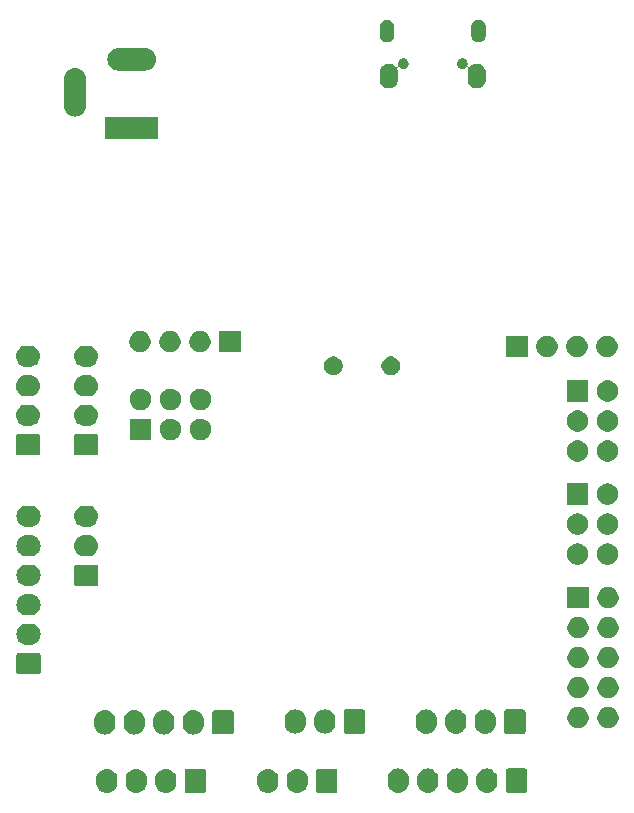
<source format=gbr>
G04 #@! TF.GenerationSoftware,KiCad,Pcbnew,5.1.5-52549c5~86~ubuntu18.04.1*
G04 #@! TF.CreationDate,2020-05-18T11:22:32+07:00*
G04 #@! TF.ProjectId,openSTM32F4_LQFP64,6f70656e-5354-44d3-9332-46345f4c5146,rev?*
G04 #@! TF.SameCoordinates,Original*
G04 #@! TF.FileFunction,Soldermask,Bot*
G04 #@! TF.FilePolarity,Negative*
%FSLAX46Y46*%
G04 Gerber Fmt 4.6, Leading zero omitted, Abs format (unit mm)*
G04 Created by KiCad (PCBNEW 5.1.5-52549c5~86~ubuntu18.04.1) date 2020-05-18 11:22:32*
%MOMM*%
%LPD*%
G04 APERTURE LIST*
%ADD10C,0.100000*%
G04 APERTURE END LIST*
D10*
G36*
X162918227Y-105946437D02*
G01*
X163088066Y-105997957D01*
X163244591Y-106081622D01*
X163280329Y-106110952D01*
X163381786Y-106194214D01*
X163465048Y-106295671D01*
X163494378Y-106331409D01*
X163578043Y-106487934D01*
X163629563Y-106657774D01*
X163642600Y-106790143D01*
X163642600Y-107128658D01*
X163629563Y-107261027D01*
X163578043Y-107430866D01*
X163494378Y-107587391D01*
X163465048Y-107623129D01*
X163381786Y-107724586D01*
X163244589Y-107837179D01*
X163098362Y-107915339D01*
X163088065Y-107920843D01*
X162918226Y-107972363D01*
X162741600Y-107989759D01*
X162564973Y-107972363D01*
X162395134Y-107920843D01*
X162370731Y-107907799D01*
X162238611Y-107837179D01*
X162238609Y-107837178D01*
X162196350Y-107802497D01*
X162101414Y-107724586D01*
X161988821Y-107587389D01*
X161905158Y-107430867D01*
X161897453Y-107405467D01*
X161853637Y-107261026D01*
X161840600Y-107128657D01*
X161840600Y-106790142D01*
X161843102Y-106764743D01*
X161853637Y-106657775D01*
X161853637Y-106657773D01*
X161905157Y-106487934D01*
X161988822Y-106331409D01*
X162101415Y-106194215D01*
X162238610Y-106081622D01*
X162395135Y-105997957D01*
X162564974Y-105946437D01*
X162741600Y-105929041D01*
X162918227Y-105946437D01*
G37*
G36*
X149293027Y-105946437D02*
G01*
X149462866Y-105997957D01*
X149619391Y-106081622D01*
X149655129Y-106110952D01*
X149756586Y-106194214D01*
X149839848Y-106295671D01*
X149869178Y-106331409D01*
X149952843Y-106487934D01*
X150004363Y-106657774D01*
X150017400Y-106790143D01*
X150017400Y-107128658D01*
X150004363Y-107261027D01*
X149952843Y-107430866D01*
X149869178Y-107587391D01*
X149839848Y-107623129D01*
X149756586Y-107724586D01*
X149619389Y-107837179D01*
X149473162Y-107915339D01*
X149462865Y-107920843D01*
X149293026Y-107972363D01*
X149116400Y-107989759D01*
X148939773Y-107972363D01*
X148769934Y-107920843D01*
X148745531Y-107907799D01*
X148613411Y-107837179D01*
X148613409Y-107837178D01*
X148571150Y-107802497D01*
X148476214Y-107724586D01*
X148363621Y-107587389D01*
X148279958Y-107430867D01*
X148272253Y-107405467D01*
X148228437Y-107261026D01*
X148215400Y-107128657D01*
X148215400Y-106790142D01*
X148217902Y-106764743D01*
X148228437Y-106657775D01*
X148228437Y-106657773D01*
X148279957Y-106487934D01*
X148363622Y-106331409D01*
X148476215Y-106194215D01*
X148613410Y-106081622D01*
X148769935Y-105997957D01*
X148939774Y-105946437D01*
X149116400Y-105929041D01*
X149293027Y-105946437D01*
G37*
G36*
X154293027Y-105946437D02*
G01*
X154462866Y-105997957D01*
X154619391Y-106081622D01*
X154655129Y-106110952D01*
X154756586Y-106194214D01*
X154839848Y-106295671D01*
X154869178Y-106331409D01*
X154952843Y-106487934D01*
X155004363Y-106657774D01*
X155017400Y-106790143D01*
X155017400Y-107128658D01*
X155004363Y-107261027D01*
X154952843Y-107430866D01*
X154869178Y-107587391D01*
X154839848Y-107623129D01*
X154756586Y-107724586D01*
X154619389Y-107837179D01*
X154473162Y-107915339D01*
X154462865Y-107920843D01*
X154293026Y-107972363D01*
X154116400Y-107989759D01*
X153939773Y-107972363D01*
X153769934Y-107920843D01*
X153745531Y-107907799D01*
X153613411Y-107837179D01*
X153613409Y-107837178D01*
X153571150Y-107802497D01*
X153476214Y-107724586D01*
X153363621Y-107587389D01*
X153279958Y-107430867D01*
X153272253Y-107405467D01*
X153228437Y-107261026D01*
X153215400Y-107128657D01*
X153215400Y-106790142D01*
X153217902Y-106764743D01*
X153228437Y-106657775D01*
X153228437Y-106657773D01*
X153279957Y-106487934D01*
X153363622Y-106331409D01*
X153476215Y-106194215D01*
X153613410Y-106081622D01*
X153769935Y-105997957D01*
X153939774Y-105946437D01*
X154116400Y-105929041D01*
X154293027Y-105946437D01*
G37*
G36*
X165418227Y-105946437D02*
G01*
X165588066Y-105997957D01*
X165744591Y-106081622D01*
X165780329Y-106110952D01*
X165881786Y-106194214D01*
X165965048Y-106295671D01*
X165994378Y-106331409D01*
X166078043Y-106487934D01*
X166129563Y-106657774D01*
X166142600Y-106790143D01*
X166142600Y-107128658D01*
X166129563Y-107261027D01*
X166078043Y-107430866D01*
X165994378Y-107587391D01*
X165965048Y-107623129D01*
X165881786Y-107724586D01*
X165744589Y-107837179D01*
X165598362Y-107915339D01*
X165588065Y-107920843D01*
X165418226Y-107972363D01*
X165241600Y-107989759D01*
X165064973Y-107972363D01*
X164895134Y-107920843D01*
X164870731Y-107907799D01*
X164738611Y-107837179D01*
X164738609Y-107837178D01*
X164696350Y-107802497D01*
X164601414Y-107724586D01*
X164488821Y-107587389D01*
X164405158Y-107430867D01*
X164397453Y-107405467D01*
X164353637Y-107261026D01*
X164340600Y-107128657D01*
X164340600Y-106790142D01*
X164343102Y-106764743D01*
X164353637Y-106657775D01*
X164353637Y-106657773D01*
X164405157Y-106487934D01*
X164488822Y-106331409D01*
X164601415Y-106194215D01*
X164738610Y-106081622D01*
X164895135Y-105997957D01*
X165064974Y-105946437D01*
X165241600Y-105929041D01*
X165418227Y-105946437D01*
G37*
G36*
X151793027Y-105946437D02*
G01*
X151962866Y-105997957D01*
X152119391Y-106081622D01*
X152155129Y-106110952D01*
X152256586Y-106194214D01*
X152339848Y-106295671D01*
X152369178Y-106331409D01*
X152452843Y-106487934D01*
X152504363Y-106657774D01*
X152517400Y-106790143D01*
X152517400Y-107128658D01*
X152504363Y-107261027D01*
X152452843Y-107430866D01*
X152369178Y-107587391D01*
X152339848Y-107623129D01*
X152256586Y-107724586D01*
X152119389Y-107837179D01*
X151973162Y-107915339D01*
X151962865Y-107920843D01*
X151793026Y-107972363D01*
X151616400Y-107989759D01*
X151439773Y-107972363D01*
X151269934Y-107920843D01*
X151245531Y-107907799D01*
X151113411Y-107837179D01*
X151113409Y-107837178D01*
X151071150Y-107802497D01*
X150976214Y-107724586D01*
X150863621Y-107587389D01*
X150779958Y-107430867D01*
X150772253Y-107405467D01*
X150728437Y-107261026D01*
X150715400Y-107128657D01*
X150715400Y-106790142D01*
X150717902Y-106764743D01*
X150728437Y-106657775D01*
X150728437Y-106657773D01*
X150779957Y-106487934D01*
X150863622Y-106331409D01*
X150976215Y-106194215D01*
X151113410Y-106081622D01*
X151269935Y-105997957D01*
X151439774Y-105946437D01*
X151616400Y-105929041D01*
X151793027Y-105946437D01*
G37*
G36*
X168500200Y-105937389D02*
G01*
X168533252Y-105947415D01*
X168563703Y-105963692D01*
X168590399Y-105985601D01*
X168612308Y-106012297D01*
X168628585Y-106042748D01*
X168638611Y-106075800D01*
X168642600Y-106116303D01*
X168642600Y-107802497D01*
X168638611Y-107843000D01*
X168628585Y-107876052D01*
X168612308Y-107906503D01*
X168590399Y-107933199D01*
X168563703Y-107955108D01*
X168533252Y-107971385D01*
X168500200Y-107981411D01*
X168459697Y-107985400D01*
X167023503Y-107985400D01*
X166983000Y-107981411D01*
X166949948Y-107971385D01*
X166919497Y-107955108D01*
X166892801Y-107933199D01*
X166870892Y-107906503D01*
X166854615Y-107876052D01*
X166844589Y-107843000D01*
X166840600Y-107802497D01*
X166840600Y-106116303D01*
X166844589Y-106075800D01*
X166854615Y-106042748D01*
X166870892Y-106012297D01*
X166892801Y-105985601D01*
X166919497Y-105963692D01*
X166949948Y-105947415D01*
X166983000Y-105937389D01*
X167023503Y-105933400D01*
X168459697Y-105933400D01*
X168500200Y-105937389D01*
G37*
G36*
X157375000Y-105937389D02*
G01*
X157408052Y-105947415D01*
X157438503Y-105963692D01*
X157465199Y-105985601D01*
X157487108Y-106012297D01*
X157503385Y-106042748D01*
X157513411Y-106075800D01*
X157517400Y-106116303D01*
X157517400Y-107802497D01*
X157513411Y-107843000D01*
X157503385Y-107876052D01*
X157487108Y-107906503D01*
X157465199Y-107933199D01*
X157438503Y-107955108D01*
X157408052Y-107971385D01*
X157375000Y-107981411D01*
X157334497Y-107985400D01*
X155898303Y-107985400D01*
X155857800Y-107981411D01*
X155824748Y-107971385D01*
X155794297Y-107955108D01*
X155767601Y-107933199D01*
X155745692Y-107906503D01*
X155729415Y-107876052D01*
X155719389Y-107843000D01*
X155715400Y-107802497D01*
X155715400Y-106116303D01*
X155719389Y-106075800D01*
X155729415Y-106042748D01*
X155745692Y-106012297D01*
X155767601Y-105985601D01*
X155794297Y-105963692D01*
X155824748Y-105947415D01*
X155857800Y-105937389D01*
X155898303Y-105933400D01*
X157334497Y-105933400D01*
X157375000Y-105937389D01*
G37*
G36*
X173971027Y-105921037D02*
G01*
X174140866Y-105972557D01*
X174140868Y-105972558D01*
X174165299Y-105985617D01*
X174297391Y-106056222D01*
X174328341Y-106081622D01*
X174434586Y-106168814D01*
X174517848Y-106270271D01*
X174547178Y-106306009D01*
X174630843Y-106462534D01*
X174682363Y-106632374D01*
X174684865Y-106657774D01*
X174695400Y-106764741D01*
X174695400Y-107103260D01*
X174692898Y-107128658D01*
X174682363Y-107235627D01*
X174630843Y-107405466D01*
X174547178Y-107561991D01*
X174517848Y-107597729D01*
X174434586Y-107699186D01*
X174297389Y-107811779D01*
X174140867Y-107895442D01*
X174140865Y-107895443D01*
X173971026Y-107946963D01*
X173794400Y-107964359D01*
X173617773Y-107946963D01*
X173447934Y-107895443D01*
X173291409Y-107811778D01*
X173243060Y-107772099D01*
X173154214Y-107699186D01*
X173041621Y-107561989D01*
X172957958Y-107405467D01*
X172957957Y-107405465D01*
X172906437Y-107235626D01*
X172893400Y-107103257D01*
X172893400Y-106764742D01*
X172906437Y-106632373D01*
X172957957Y-106462534D01*
X173041622Y-106306009D01*
X173154215Y-106168815D01*
X173291410Y-106056222D01*
X173423502Y-105985617D01*
X173447933Y-105972558D01*
X173447935Y-105972557D01*
X173617774Y-105921037D01*
X173794400Y-105903641D01*
X173971027Y-105921037D01*
G37*
G36*
X176471027Y-105921037D02*
G01*
X176640866Y-105972557D01*
X176640868Y-105972558D01*
X176665299Y-105985617D01*
X176797391Y-106056222D01*
X176828341Y-106081622D01*
X176934586Y-106168814D01*
X177017848Y-106270271D01*
X177047178Y-106306009D01*
X177130843Y-106462534D01*
X177182363Y-106632374D01*
X177184865Y-106657774D01*
X177195400Y-106764741D01*
X177195400Y-107103260D01*
X177192898Y-107128658D01*
X177182363Y-107235627D01*
X177130843Y-107405466D01*
X177047178Y-107561991D01*
X177017848Y-107597729D01*
X176934586Y-107699186D01*
X176797389Y-107811779D01*
X176640867Y-107895442D01*
X176640865Y-107895443D01*
X176471026Y-107946963D01*
X176294400Y-107964359D01*
X176117773Y-107946963D01*
X175947934Y-107895443D01*
X175791409Y-107811778D01*
X175743060Y-107772099D01*
X175654214Y-107699186D01*
X175541621Y-107561989D01*
X175457958Y-107405467D01*
X175457957Y-107405465D01*
X175406437Y-107235626D01*
X175393400Y-107103257D01*
X175393400Y-106764742D01*
X175406437Y-106632373D01*
X175457957Y-106462534D01*
X175541622Y-106306009D01*
X175654215Y-106168815D01*
X175791410Y-106056222D01*
X175923502Y-105985617D01*
X175947933Y-105972558D01*
X175947935Y-105972557D01*
X176117774Y-105921037D01*
X176294400Y-105903641D01*
X176471027Y-105921037D01*
G37*
G36*
X178971027Y-105921037D02*
G01*
X179140866Y-105972557D01*
X179140868Y-105972558D01*
X179165299Y-105985617D01*
X179297391Y-106056222D01*
X179328341Y-106081622D01*
X179434586Y-106168814D01*
X179517848Y-106270271D01*
X179547178Y-106306009D01*
X179630843Y-106462534D01*
X179682363Y-106632374D01*
X179684865Y-106657774D01*
X179695400Y-106764741D01*
X179695400Y-107103260D01*
X179692898Y-107128658D01*
X179682363Y-107235627D01*
X179630843Y-107405466D01*
X179547178Y-107561991D01*
X179517848Y-107597729D01*
X179434586Y-107699186D01*
X179297389Y-107811779D01*
X179140867Y-107895442D01*
X179140865Y-107895443D01*
X178971026Y-107946963D01*
X178794400Y-107964359D01*
X178617773Y-107946963D01*
X178447934Y-107895443D01*
X178291409Y-107811778D01*
X178243060Y-107772099D01*
X178154214Y-107699186D01*
X178041621Y-107561989D01*
X177957958Y-107405467D01*
X177957957Y-107405465D01*
X177906437Y-107235626D01*
X177893400Y-107103257D01*
X177893400Y-106764742D01*
X177906437Y-106632373D01*
X177957957Y-106462534D01*
X178041622Y-106306009D01*
X178154215Y-106168815D01*
X178291410Y-106056222D01*
X178423502Y-105985617D01*
X178447933Y-105972558D01*
X178447935Y-105972557D01*
X178617774Y-105921037D01*
X178794400Y-105903641D01*
X178971027Y-105921037D01*
G37*
G36*
X181471027Y-105921037D02*
G01*
X181640866Y-105972557D01*
X181640868Y-105972558D01*
X181665299Y-105985617D01*
X181797391Y-106056222D01*
X181828341Y-106081622D01*
X181934586Y-106168814D01*
X182017848Y-106270271D01*
X182047178Y-106306009D01*
X182130843Y-106462534D01*
X182182363Y-106632374D01*
X182184865Y-106657774D01*
X182195400Y-106764741D01*
X182195400Y-107103260D01*
X182192898Y-107128658D01*
X182182363Y-107235627D01*
X182130843Y-107405466D01*
X182047178Y-107561991D01*
X182017848Y-107597729D01*
X181934586Y-107699186D01*
X181797389Y-107811779D01*
X181640867Y-107895442D01*
X181640865Y-107895443D01*
X181471026Y-107946963D01*
X181294400Y-107964359D01*
X181117773Y-107946963D01*
X180947934Y-107895443D01*
X180791409Y-107811778D01*
X180743060Y-107772099D01*
X180654214Y-107699186D01*
X180541621Y-107561989D01*
X180457958Y-107405467D01*
X180457957Y-107405465D01*
X180406437Y-107235626D01*
X180393400Y-107103257D01*
X180393400Y-106764742D01*
X180406437Y-106632373D01*
X180457957Y-106462534D01*
X180541622Y-106306009D01*
X180654215Y-106168815D01*
X180791410Y-106056222D01*
X180923502Y-105985617D01*
X180947933Y-105972558D01*
X180947935Y-105972557D01*
X181117774Y-105921037D01*
X181294400Y-105903641D01*
X181471027Y-105921037D01*
G37*
G36*
X184553000Y-105911989D02*
G01*
X184586052Y-105922015D01*
X184616503Y-105938292D01*
X184643199Y-105960201D01*
X184665108Y-105986897D01*
X184681385Y-106017348D01*
X184691411Y-106050400D01*
X184695400Y-106090903D01*
X184695400Y-107777097D01*
X184691411Y-107817600D01*
X184681385Y-107850652D01*
X184665108Y-107881103D01*
X184643199Y-107907799D01*
X184616503Y-107929708D01*
X184586052Y-107945985D01*
X184553000Y-107956011D01*
X184512497Y-107960000D01*
X183076303Y-107960000D01*
X183035800Y-107956011D01*
X183002748Y-107945985D01*
X182972297Y-107929708D01*
X182945601Y-107907799D01*
X182923692Y-107881103D01*
X182907415Y-107850652D01*
X182897389Y-107817600D01*
X182893400Y-107777097D01*
X182893400Y-106090903D01*
X182897389Y-106050400D01*
X182907415Y-106017348D01*
X182923692Y-105986897D01*
X182945601Y-105960201D01*
X182972297Y-105938292D01*
X183002748Y-105922015D01*
X183035800Y-105911989D01*
X183076303Y-105908000D01*
X184512497Y-105908000D01*
X184553000Y-105911989D01*
G37*
G36*
X149129827Y-100993437D02*
G01*
X149299666Y-101044957D01*
X149456191Y-101128622D01*
X149491929Y-101157952D01*
X149593386Y-101241214D01*
X149651782Y-101312371D01*
X149705978Y-101378409D01*
X149789643Y-101534934D01*
X149841163Y-101704774D01*
X149854200Y-101837143D01*
X149854200Y-102175658D01*
X149841163Y-102308027D01*
X149789643Y-102477866D01*
X149705978Y-102634391D01*
X149676648Y-102670129D01*
X149593386Y-102771586D01*
X149456189Y-102884179D01*
X149299667Y-102967842D01*
X149299665Y-102967843D01*
X149129826Y-103019363D01*
X148953200Y-103036759D01*
X148776573Y-103019363D01*
X148606734Y-102967843D01*
X148603960Y-102966360D01*
X148461101Y-102890000D01*
X148450209Y-102884178D01*
X148394460Y-102838426D01*
X148313014Y-102771586D01*
X148200421Y-102634389D01*
X148116758Y-102477867D01*
X148096725Y-102411827D01*
X148065237Y-102308026D01*
X148052200Y-102175657D01*
X148052200Y-101837142D01*
X148065237Y-101704773D01*
X148116757Y-101534934D01*
X148200422Y-101378409D01*
X148313015Y-101241215D01*
X148450210Y-101128622D01*
X148606735Y-101044957D01*
X148776574Y-100993437D01*
X148953200Y-100976041D01*
X149129827Y-100993437D01*
G37*
G36*
X151629827Y-100993437D02*
G01*
X151799666Y-101044957D01*
X151956191Y-101128622D01*
X151991929Y-101157952D01*
X152093386Y-101241214D01*
X152151782Y-101312371D01*
X152205978Y-101378409D01*
X152289643Y-101534934D01*
X152341163Y-101704774D01*
X152354200Y-101837143D01*
X152354200Y-102175658D01*
X152341163Y-102308027D01*
X152289643Y-102477866D01*
X152205978Y-102634391D01*
X152176648Y-102670129D01*
X152093386Y-102771586D01*
X151956189Y-102884179D01*
X151799667Y-102967842D01*
X151799665Y-102967843D01*
X151629826Y-103019363D01*
X151453200Y-103036759D01*
X151276573Y-103019363D01*
X151106734Y-102967843D01*
X151103960Y-102966360D01*
X150961101Y-102890000D01*
X150950209Y-102884178D01*
X150894460Y-102838426D01*
X150813014Y-102771586D01*
X150700421Y-102634389D01*
X150616758Y-102477867D01*
X150596725Y-102411827D01*
X150565237Y-102308026D01*
X150552200Y-102175657D01*
X150552200Y-101837142D01*
X150565237Y-101704773D01*
X150616757Y-101534934D01*
X150700422Y-101378409D01*
X150813015Y-101241215D01*
X150950210Y-101128622D01*
X151106735Y-101044957D01*
X151276574Y-100993437D01*
X151453200Y-100976041D01*
X151629827Y-100993437D01*
G37*
G36*
X154129827Y-100993437D02*
G01*
X154299666Y-101044957D01*
X154456191Y-101128622D01*
X154491929Y-101157952D01*
X154593386Y-101241214D01*
X154651782Y-101312371D01*
X154705978Y-101378409D01*
X154789643Y-101534934D01*
X154841163Y-101704774D01*
X154854200Y-101837143D01*
X154854200Y-102175658D01*
X154841163Y-102308027D01*
X154789643Y-102477866D01*
X154705978Y-102634391D01*
X154676648Y-102670129D01*
X154593386Y-102771586D01*
X154456189Y-102884179D01*
X154299667Y-102967842D01*
X154299665Y-102967843D01*
X154129826Y-103019363D01*
X153953200Y-103036759D01*
X153776573Y-103019363D01*
X153606734Y-102967843D01*
X153603960Y-102966360D01*
X153461101Y-102890000D01*
X153450209Y-102884178D01*
X153394460Y-102838426D01*
X153313014Y-102771586D01*
X153200421Y-102634389D01*
X153116758Y-102477867D01*
X153096725Y-102411827D01*
X153065237Y-102308026D01*
X153052200Y-102175657D01*
X153052200Y-101837142D01*
X153065237Y-101704773D01*
X153116757Y-101534934D01*
X153200422Y-101378409D01*
X153313015Y-101241215D01*
X153450210Y-101128622D01*
X153606735Y-101044957D01*
X153776574Y-100993437D01*
X153953200Y-100976041D01*
X154129827Y-100993437D01*
G37*
G36*
X156629827Y-100993437D02*
G01*
X156799666Y-101044957D01*
X156956191Y-101128622D01*
X156991929Y-101157952D01*
X157093386Y-101241214D01*
X157151782Y-101312371D01*
X157205978Y-101378409D01*
X157289643Y-101534934D01*
X157341163Y-101704774D01*
X157354200Y-101837143D01*
X157354200Y-102175658D01*
X157341163Y-102308027D01*
X157289643Y-102477866D01*
X157205978Y-102634391D01*
X157176648Y-102670129D01*
X157093386Y-102771586D01*
X156956189Y-102884179D01*
X156799667Y-102967842D01*
X156799665Y-102967843D01*
X156629826Y-103019363D01*
X156453200Y-103036759D01*
X156276573Y-103019363D01*
X156106734Y-102967843D01*
X156103960Y-102966360D01*
X155961101Y-102890000D01*
X155950209Y-102884178D01*
X155894460Y-102838426D01*
X155813014Y-102771586D01*
X155700421Y-102634389D01*
X155616758Y-102477867D01*
X155596725Y-102411827D01*
X155565237Y-102308026D01*
X155552200Y-102175657D01*
X155552200Y-101837142D01*
X155565237Y-101704773D01*
X155616757Y-101534934D01*
X155700422Y-101378409D01*
X155813015Y-101241215D01*
X155950210Y-101128622D01*
X156106735Y-101044957D01*
X156276574Y-100993437D01*
X156453200Y-100976041D01*
X156629827Y-100993437D01*
G37*
G36*
X159711800Y-100984389D02*
G01*
X159744852Y-100994415D01*
X159775303Y-101010692D01*
X159801999Y-101032601D01*
X159823908Y-101059297D01*
X159840185Y-101089748D01*
X159850211Y-101122800D01*
X159854200Y-101163303D01*
X159854200Y-102849497D01*
X159850211Y-102890000D01*
X159840185Y-102923052D01*
X159823908Y-102953503D01*
X159801999Y-102980199D01*
X159775303Y-103002108D01*
X159744852Y-103018385D01*
X159711800Y-103028411D01*
X159671297Y-103032400D01*
X158235103Y-103032400D01*
X158194600Y-103028411D01*
X158161548Y-103018385D01*
X158131097Y-103002108D01*
X158104401Y-102980199D01*
X158082492Y-102953503D01*
X158066215Y-102923052D01*
X158056189Y-102890000D01*
X158052200Y-102849497D01*
X158052200Y-101163303D01*
X158056189Y-101122800D01*
X158066215Y-101089748D01*
X158082492Y-101059297D01*
X158104401Y-101032601D01*
X158131097Y-101010692D01*
X158161548Y-100994415D01*
X158194600Y-100984389D01*
X158235103Y-100980400D01*
X159671297Y-100980400D01*
X159711800Y-100984389D01*
G37*
G36*
X176349107Y-100927397D02*
G01*
X176518946Y-100978917D01*
X176518948Y-100978918D01*
X176559459Y-101000572D01*
X176675471Y-101062582D01*
X176705350Y-101087103D01*
X176812666Y-101175174D01*
X176870298Y-101245400D01*
X176925258Y-101312369D01*
X177008923Y-101468894D01*
X177060443Y-101638734D01*
X177065869Y-101693822D01*
X177072480Y-101760943D01*
X177073480Y-101771103D01*
X177073480Y-102109618D01*
X177060443Y-102241987D01*
X177008923Y-102411826D01*
X176925258Y-102568351D01*
X176895928Y-102604089D01*
X176812666Y-102705546D01*
X176675469Y-102818139D01*
X176541027Y-102890000D01*
X176518945Y-102901803D01*
X176349106Y-102953323D01*
X176172480Y-102970719D01*
X175995853Y-102953323D01*
X175826014Y-102901803D01*
X175669489Y-102818138D01*
X175614850Y-102773297D01*
X175532294Y-102705546D01*
X175419701Y-102568349D01*
X175336038Y-102411827D01*
X175332956Y-102401667D01*
X175284517Y-102241986D01*
X175271480Y-102109617D01*
X175271480Y-101771102D01*
X175272481Y-101760943D01*
X175284517Y-101638735D01*
X175284517Y-101638733D01*
X175336037Y-101468894D01*
X175419702Y-101312369D01*
X175532295Y-101175175D01*
X175669490Y-101062582D01*
X175785502Y-101000572D01*
X175826013Y-100978918D01*
X175826015Y-100978917D01*
X175995854Y-100927397D01*
X176172480Y-100910001D01*
X176349107Y-100927397D01*
G37*
G36*
X181349107Y-100927397D02*
G01*
X181518946Y-100978917D01*
X181518948Y-100978918D01*
X181559459Y-101000572D01*
X181675471Y-101062582D01*
X181705350Y-101087103D01*
X181812666Y-101175174D01*
X181870298Y-101245400D01*
X181925258Y-101312369D01*
X182008923Y-101468894D01*
X182060443Y-101638734D01*
X182065869Y-101693822D01*
X182072480Y-101760943D01*
X182073480Y-101771103D01*
X182073480Y-102109618D01*
X182060443Y-102241987D01*
X182008923Y-102411826D01*
X181925258Y-102568351D01*
X181895928Y-102604089D01*
X181812666Y-102705546D01*
X181675469Y-102818139D01*
X181541027Y-102890000D01*
X181518945Y-102901803D01*
X181349106Y-102953323D01*
X181172480Y-102970719D01*
X180995853Y-102953323D01*
X180826014Y-102901803D01*
X180669489Y-102818138D01*
X180614850Y-102773297D01*
X180532294Y-102705546D01*
X180419701Y-102568349D01*
X180336038Y-102411827D01*
X180332956Y-102401667D01*
X180284517Y-102241986D01*
X180271480Y-102109617D01*
X180271480Y-101771102D01*
X180272481Y-101760943D01*
X180284517Y-101638735D01*
X180284517Y-101638733D01*
X180336037Y-101468894D01*
X180419702Y-101312369D01*
X180532295Y-101175175D01*
X180669490Y-101062582D01*
X180785502Y-101000572D01*
X180826013Y-100978918D01*
X180826015Y-100978917D01*
X180995854Y-100927397D01*
X181172480Y-100910001D01*
X181349107Y-100927397D01*
G37*
G36*
X178849107Y-100927397D02*
G01*
X179018946Y-100978917D01*
X179018948Y-100978918D01*
X179059459Y-101000572D01*
X179175471Y-101062582D01*
X179205350Y-101087103D01*
X179312666Y-101175174D01*
X179370298Y-101245400D01*
X179425258Y-101312369D01*
X179508923Y-101468894D01*
X179560443Y-101638734D01*
X179565869Y-101693822D01*
X179572480Y-101760943D01*
X179573480Y-101771103D01*
X179573480Y-102109618D01*
X179560443Y-102241987D01*
X179508923Y-102411826D01*
X179425258Y-102568351D01*
X179395928Y-102604089D01*
X179312666Y-102705546D01*
X179175469Y-102818139D01*
X179041027Y-102890000D01*
X179018945Y-102901803D01*
X178849106Y-102953323D01*
X178672480Y-102970719D01*
X178495853Y-102953323D01*
X178326014Y-102901803D01*
X178169489Y-102818138D01*
X178114850Y-102773297D01*
X178032294Y-102705546D01*
X177919701Y-102568349D01*
X177836038Y-102411827D01*
X177832956Y-102401667D01*
X177784517Y-102241986D01*
X177771480Y-102109617D01*
X177771480Y-101771102D01*
X177772481Y-101760943D01*
X177784517Y-101638735D01*
X177784517Y-101638733D01*
X177836037Y-101468894D01*
X177919702Y-101312369D01*
X178032295Y-101175175D01*
X178169490Y-101062582D01*
X178285502Y-101000572D01*
X178326013Y-100978918D01*
X178326015Y-100978917D01*
X178495854Y-100927397D01*
X178672480Y-100910001D01*
X178849107Y-100927397D01*
G37*
G36*
X184431080Y-100918349D02*
G01*
X184464132Y-100928375D01*
X184494583Y-100944652D01*
X184521279Y-100966561D01*
X184543188Y-100993257D01*
X184559465Y-101023708D01*
X184569491Y-101056760D01*
X184573480Y-101097263D01*
X184573480Y-102783457D01*
X184569491Y-102823960D01*
X184559465Y-102857012D01*
X184543188Y-102887463D01*
X184521279Y-102914159D01*
X184494583Y-102936068D01*
X184464132Y-102952345D01*
X184431080Y-102962371D01*
X184390577Y-102966360D01*
X182954383Y-102966360D01*
X182913880Y-102962371D01*
X182880828Y-102952345D01*
X182850377Y-102936068D01*
X182823681Y-102914159D01*
X182801772Y-102887463D01*
X182785495Y-102857012D01*
X182775469Y-102823960D01*
X182771480Y-102783457D01*
X182771480Y-101097263D01*
X182775469Y-101056760D01*
X182785495Y-101023708D01*
X182801772Y-100993257D01*
X182823681Y-100966561D01*
X182850377Y-100944652D01*
X182880828Y-100928375D01*
X182913880Y-100918349D01*
X182954383Y-100914360D01*
X184390577Y-100914360D01*
X184431080Y-100918349D01*
G37*
G36*
X165255027Y-100917237D02*
G01*
X165424866Y-100968757D01*
X165581391Y-101052422D01*
X165617129Y-101081752D01*
X165718586Y-101165014D01*
X165784556Y-101245400D01*
X165831178Y-101302209D01*
X165914843Y-101458734D01*
X165966363Y-101628574D01*
X165967364Y-101638735D01*
X165979400Y-101760941D01*
X165979400Y-102099460D01*
X165978399Y-102109619D01*
X165966363Y-102231827D01*
X165943248Y-102308026D01*
X165914842Y-102401668D01*
X165909413Y-102411825D01*
X165831178Y-102558191D01*
X165801848Y-102593929D01*
X165718586Y-102695386D01*
X165581389Y-102807979D01*
X165427939Y-102890000D01*
X165424865Y-102891643D01*
X165255026Y-102943163D01*
X165078400Y-102960559D01*
X164901773Y-102943163D01*
X164731934Y-102891643D01*
X164726509Y-102888743D01*
X164575411Y-102807979D01*
X164575409Y-102807978D01*
X164533150Y-102773297D01*
X164438214Y-102695386D01*
X164325621Y-102558189D01*
X164241958Y-102401667D01*
X164241957Y-102401665D01*
X164190437Y-102231826D01*
X164178401Y-102109618D01*
X164177400Y-102099459D01*
X164177400Y-101760940D01*
X164189436Y-101638734D01*
X164190437Y-101628573D01*
X164241957Y-101458734D01*
X164325622Y-101302209D01*
X164438215Y-101165015D01*
X164575410Y-101052422D01*
X164731935Y-100968757D01*
X164901774Y-100917237D01*
X165078400Y-100899841D01*
X165255027Y-100917237D01*
G37*
G36*
X167755027Y-100917237D02*
G01*
X167924866Y-100968757D01*
X168081391Y-101052422D01*
X168117129Y-101081752D01*
X168218586Y-101165014D01*
X168284556Y-101245400D01*
X168331178Y-101302209D01*
X168414843Y-101458734D01*
X168466363Y-101628574D01*
X168467364Y-101638735D01*
X168479400Y-101760941D01*
X168479400Y-102099460D01*
X168478399Y-102109619D01*
X168466363Y-102231827D01*
X168443248Y-102308026D01*
X168414842Y-102401668D01*
X168409413Y-102411825D01*
X168331178Y-102558191D01*
X168301848Y-102593929D01*
X168218586Y-102695386D01*
X168081389Y-102807979D01*
X167927939Y-102890000D01*
X167924865Y-102891643D01*
X167755026Y-102943163D01*
X167578400Y-102960559D01*
X167401773Y-102943163D01*
X167231934Y-102891643D01*
X167226509Y-102888743D01*
X167075411Y-102807979D01*
X167075409Y-102807978D01*
X167033150Y-102773297D01*
X166938214Y-102695386D01*
X166825621Y-102558189D01*
X166741958Y-102401667D01*
X166741957Y-102401665D01*
X166690437Y-102231826D01*
X166678401Y-102109618D01*
X166677400Y-102099459D01*
X166677400Y-101760940D01*
X166689436Y-101638734D01*
X166690437Y-101628573D01*
X166741957Y-101458734D01*
X166825622Y-101302209D01*
X166938215Y-101165015D01*
X167075410Y-101052422D01*
X167231935Y-100968757D01*
X167401774Y-100917237D01*
X167578400Y-100899841D01*
X167755027Y-100917237D01*
G37*
G36*
X170837000Y-100908189D02*
G01*
X170870052Y-100918215D01*
X170900503Y-100934492D01*
X170927199Y-100956401D01*
X170949108Y-100983097D01*
X170965385Y-101013548D01*
X170975411Y-101046600D01*
X170979400Y-101087103D01*
X170979400Y-102773297D01*
X170975411Y-102813800D01*
X170965385Y-102846852D01*
X170949108Y-102877303D01*
X170927199Y-102903999D01*
X170900503Y-102925908D01*
X170870052Y-102942185D01*
X170837000Y-102952211D01*
X170796497Y-102956200D01*
X169360303Y-102956200D01*
X169319800Y-102952211D01*
X169286748Y-102942185D01*
X169256297Y-102925908D01*
X169229601Y-102903999D01*
X169207692Y-102877303D01*
X169191415Y-102846852D01*
X169181389Y-102813800D01*
X169177400Y-102773297D01*
X169177400Y-101087103D01*
X169181389Y-101046600D01*
X169191415Y-101013548D01*
X169207692Y-100983097D01*
X169229601Y-100956401D01*
X169256297Y-100934492D01*
X169286748Y-100918215D01*
X169319800Y-100908189D01*
X169360303Y-100904200D01*
X170796497Y-100904200D01*
X170837000Y-100908189D01*
G37*
G36*
X191667612Y-100709007D02*
G01*
X191816912Y-100738704D01*
X191980884Y-100806624D01*
X192128454Y-100905227D01*
X192253953Y-101030726D01*
X192352556Y-101178296D01*
X192420476Y-101342268D01*
X192455100Y-101516339D01*
X192455100Y-101693821D01*
X192420476Y-101867892D01*
X192352556Y-102031864D01*
X192253953Y-102179434D01*
X192128454Y-102304933D01*
X191980884Y-102403536D01*
X191816912Y-102471456D01*
X191667612Y-102501153D01*
X191642842Y-102506080D01*
X191465358Y-102506080D01*
X191440588Y-102501153D01*
X191291288Y-102471456D01*
X191127316Y-102403536D01*
X190979746Y-102304933D01*
X190854247Y-102179434D01*
X190755644Y-102031864D01*
X190687724Y-101867892D01*
X190653100Y-101693821D01*
X190653100Y-101516339D01*
X190687724Y-101342268D01*
X190755644Y-101178296D01*
X190854247Y-101030726D01*
X190979746Y-100905227D01*
X191127316Y-100806624D01*
X191291288Y-100738704D01*
X191440588Y-100709007D01*
X191465358Y-100704080D01*
X191642842Y-100704080D01*
X191667612Y-100709007D01*
G37*
G36*
X189127612Y-100709007D02*
G01*
X189276912Y-100738704D01*
X189440884Y-100806624D01*
X189588454Y-100905227D01*
X189713953Y-101030726D01*
X189812556Y-101178296D01*
X189880476Y-101342268D01*
X189915100Y-101516339D01*
X189915100Y-101693821D01*
X189880476Y-101867892D01*
X189812556Y-102031864D01*
X189713953Y-102179434D01*
X189588454Y-102304933D01*
X189440884Y-102403536D01*
X189276912Y-102471456D01*
X189127612Y-102501153D01*
X189102842Y-102506080D01*
X188925358Y-102506080D01*
X188900588Y-102501153D01*
X188751288Y-102471456D01*
X188587316Y-102403536D01*
X188439746Y-102304933D01*
X188314247Y-102179434D01*
X188215644Y-102031864D01*
X188147724Y-101867892D01*
X188113100Y-101693821D01*
X188113100Y-101516339D01*
X188147724Y-101342268D01*
X188215644Y-101178296D01*
X188314247Y-101030726D01*
X188439746Y-100905227D01*
X188587316Y-100806624D01*
X188751288Y-100738704D01*
X188900588Y-100709007D01*
X188925358Y-100704080D01*
X189102842Y-100704080D01*
X189127612Y-100709007D01*
G37*
G36*
X189127612Y-98169007D02*
G01*
X189276912Y-98198704D01*
X189440884Y-98266624D01*
X189588454Y-98365227D01*
X189713953Y-98490726D01*
X189812556Y-98638296D01*
X189880476Y-98802268D01*
X189915100Y-98976339D01*
X189915100Y-99153821D01*
X189880476Y-99327892D01*
X189812556Y-99491864D01*
X189713953Y-99639434D01*
X189588454Y-99764933D01*
X189440884Y-99863536D01*
X189276912Y-99931456D01*
X189127612Y-99961153D01*
X189102842Y-99966080D01*
X188925358Y-99966080D01*
X188900588Y-99961153D01*
X188751288Y-99931456D01*
X188587316Y-99863536D01*
X188439746Y-99764933D01*
X188314247Y-99639434D01*
X188215644Y-99491864D01*
X188147724Y-99327892D01*
X188113100Y-99153821D01*
X188113100Y-98976339D01*
X188147724Y-98802268D01*
X188215644Y-98638296D01*
X188314247Y-98490726D01*
X188439746Y-98365227D01*
X188587316Y-98266624D01*
X188751288Y-98198704D01*
X188900588Y-98169007D01*
X188925358Y-98164080D01*
X189102842Y-98164080D01*
X189127612Y-98169007D01*
G37*
G36*
X191667612Y-98169007D02*
G01*
X191816912Y-98198704D01*
X191980884Y-98266624D01*
X192128454Y-98365227D01*
X192253953Y-98490726D01*
X192352556Y-98638296D01*
X192420476Y-98802268D01*
X192455100Y-98976339D01*
X192455100Y-99153821D01*
X192420476Y-99327892D01*
X192352556Y-99491864D01*
X192253953Y-99639434D01*
X192128454Y-99764933D01*
X191980884Y-99863536D01*
X191816912Y-99931456D01*
X191667612Y-99961153D01*
X191642842Y-99966080D01*
X191465358Y-99966080D01*
X191440588Y-99961153D01*
X191291288Y-99931456D01*
X191127316Y-99863536D01*
X190979746Y-99764933D01*
X190854247Y-99639434D01*
X190755644Y-99491864D01*
X190687724Y-99327892D01*
X190653100Y-99153821D01*
X190653100Y-98976339D01*
X190687724Y-98802268D01*
X190755644Y-98638296D01*
X190854247Y-98490726D01*
X190979746Y-98365227D01*
X191127316Y-98266624D01*
X191291288Y-98198704D01*
X191440588Y-98169007D01*
X191465358Y-98164080D01*
X191642842Y-98164080D01*
X191667612Y-98169007D01*
G37*
G36*
X143375060Y-96148769D02*
G01*
X143408112Y-96158795D01*
X143438563Y-96175072D01*
X143465259Y-96196981D01*
X143487168Y-96223677D01*
X143503445Y-96254128D01*
X143513471Y-96287180D01*
X143517460Y-96327683D01*
X143517460Y-97763877D01*
X143513471Y-97804380D01*
X143503445Y-97837432D01*
X143487168Y-97867883D01*
X143465259Y-97894579D01*
X143438563Y-97916488D01*
X143408112Y-97932765D01*
X143375060Y-97942791D01*
X143334557Y-97946780D01*
X141648363Y-97946780D01*
X141607860Y-97942791D01*
X141574808Y-97932765D01*
X141544357Y-97916488D01*
X141517661Y-97894579D01*
X141495752Y-97867883D01*
X141479475Y-97837432D01*
X141469449Y-97804380D01*
X141465460Y-97763877D01*
X141465460Y-96327683D01*
X141469449Y-96287180D01*
X141479475Y-96254128D01*
X141495752Y-96223677D01*
X141517661Y-96196981D01*
X141544357Y-96175072D01*
X141574808Y-96158795D01*
X141607860Y-96148769D01*
X141648363Y-96144780D01*
X143334557Y-96144780D01*
X143375060Y-96148769D01*
G37*
G36*
X191667612Y-95629007D02*
G01*
X191816912Y-95658704D01*
X191980884Y-95726624D01*
X192128454Y-95825227D01*
X192253953Y-95950726D01*
X192352556Y-96098296D01*
X192420476Y-96262268D01*
X192455100Y-96436339D01*
X192455100Y-96613821D01*
X192420476Y-96787892D01*
X192352556Y-96951864D01*
X192253953Y-97099434D01*
X192128454Y-97224933D01*
X191980884Y-97323536D01*
X191816912Y-97391456D01*
X191667612Y-97421153D01*
X191642842Y-97426080D01*
X191465358Y-97426080D01*
X191440588Y-97421153D01*
X191291288Y-97391456D01*
X191127316Y-97323536D01*
X190979746Y-97224933D01*
X190854247Y-97099434D01*
X190755644Y-96951864D01*
X190687724Y-96787892D01*
X190653100Y-96613821D01*
X190653100Y-96436339D01*
X190687724Y-96262268D01*
X190755644Y-96098296D01*
X190854247Y-95950726D01*
X190979746Y-95825227D01*
X191127316Y-95726624D01*
X191291288Y-95658704D01*
X191440588Y-95629007D01*
X191465358Y-95624080D01*
X191642842Y-95624080D01*
X191667612Y-95629007D01*
G37*
G36*
X189127612Y-95629007D02*
G01*
X189276912Y-95658704D01*
X189440884Y-95726624D01*
X189588454Y-95825227D01*
X189713953Y-95950726D01*
X189812556Y-96098296D01*
X189880476Y-96262268D01*
X189915100Y-96436339D01*
X189915100Y-96613821D01*
X189880476Y-96787892D01*
X189812556Y-96951864D01*
X189713953Y-97099434D01*
X189588454Y-97224933D01*
X189440884Y-97323536D01*
X189276912Y-97391456D01*
X189127612Y-97421153D01*
X189102842Y-97426080D01*
X188925358Y-97426080D01*
X188900588Y-97421153D01*
X188751288Y-97391456D01*
X188587316Y-97323536D01*
X188439746Y-97224933D01*
X188314247Y-97099434D01*
X188215644Y-96951864D01*
X188147724Y-96787892D01*
X188113100Y-96613821D01*
X188113100Y-96436339D01*
X188147724Y-96262268D01*
X188215644Y-96098296D01*
X188314247Y-95950726D01*
X188439746Y-95825227D01*
X188587316Y-95726624D01*
X188751288Y-95658704D01*
X188900588Y-95629007D01*
X188925358Y-95624080D01*
X189102842Y-95624080D01*
X189127612Y-95629007D01*
G37*
G36*
X142726903Y-93651299D02*
G01*
X142793087Y-93657817D01*
X142962926Y-93709337D01*
X143119451Y-93793002D01*
X143155189Y-93822332D01*
X143256646Y-93905594D01*
X143339908Y-94007051D01*
X143369238Y-94042789D01*
X143452903Y-94199314D01*
X143504423Y-94369153D01*
X143521819Y-94545780D01*
X143504423Y-94722407D01*
X143452903Y-94892246D01*
X143369238Y-95048771D01*
X143339908Y-95084509D01*
X143256646Y-95185966D01*
X143155189Y-95269228D01*
X143119451Y-95298558D01*
X142962926Y-95382223D01*
X142793087Y-95433743D01*
X142726902Y-95440262D01*
X142660720Y-95446780D01*
X142322200Y-95446780D01*
X142256018Y-95440262D01*
X142189833Y-95433743D01*
X142019994Y-95382223D01*
X141863469Y-95298558D01*
X141827731Y-95269228D01*
X141726274Y-95185966D01*
X141643012Y-95084509D01*
X141613682Y-95048771D01*
X141530017Y-94892246D01*
X141478497Y-94722407D01*
X141461101Y-94545780D01*
X141478497Y-94369153D01*
X141530017Y-94199314D01*
X141613682Y-94042789D01*
X141643012Y-94007051D01*
X141726274Y-93905594D01*
X141827731Y-93822332D01*
X141863469Y-93793002D01*
X142019994Y-93709337D01*
X142189833Y-93657817D01*
X142256017Y-93651299D01*
X142322200Y-93644780D01*
X142660720Y-93644780D01*
X142726903Y-93651299D01*
G37*
G36*
X189127612Y-93089007D02*
G01*
X189276912Y-93118704D01*
X189440884Y-93186624D01*
X189588454Y-93285227D01*
X189713953Y-93410726D01*
X189812556Y-93558296D01*
X189880476Y-93722268D01*
X189915100Y-93896339D01*
X189915100Y-94073821D01*
X189880476Y-94247892D01*
X189812556Y-94411864D01*
X189713953Y-94559434D01*
X189588454Y-94684933D01*
X189440884Y-94783536D01*
X189276912Y-94851456D01*
X189127612Y-94881153D01*
X189102842Y-94886080D01*
X188925358Y-94886080D01*
X188900588Y-94881153D01*
X188751288Y-94851456D01*
X188587316Y-94783536D01*
X188439746Y-94684933D01*
X188314247Y-94559434D01*
X188215644Y-94411864D01*
X188147724Y-94247892D01*
X188113100Y-94073821D01*
X188113100Y-93896339D01*
X188147724Y-93722268D01*
X188215644Y-93558296D01*
X188314247Y-93410726D01*
X188439746Y-93285227D01*
X188587316Y-93186624D01*
X188751288Y-93118704D01*
X188900588Y-93089007D01*
X188925358Y-93084080D01*
X189102842Y-93084080D01*
X189127612Y-93089007D01*
G37*
G36*
X191667612Y-93089007D02*
G01*
X191816912Y-93118704D01*
X191980884Y-93186624D01*
X192128454Y-93285227D01*
X192253953Y-93410726D01*
X192352556Y-93558296D01*
X192420476Y-93722268D01*
X192455100Y-93896339D01*
X192455100Y-94073821D01*
X192420476Y-94247892D01*
X192352556Y-94411864D01*
X192253953Y-94559434D01*
X192128454Y-94684933D01*
X191980884Y-94783536D01*
X191816912Y-94851456D01*
X191667612Y-94881153D01*
X191642842Y-94886080D01*
X191465358Y-94886080D01*
X191440588Y-94881153D01*
X191291288Y-94851456D01*
X191127316Y-94783536D01*
X190979746Y-94684933D01*
X190854247Y-94559434D01*
X190755644Y-94411864D01*
X190687724Y-94247892D01*
X190653100Y-94073821D01*
X190653100Y-93896339D01*
X190687724Y-93722268D01*
X190755644Y-93558296D01*
X190854247Y-93410726D01*
X190979746Y-93285227D01*
X191127316Y-93186624D01*
X191291288Y-93118704D01*
X191440588Y-93089007D01*
X191465358Y-93084080D01*
X191642842Y-93084080D01*
X191667612Y-93089007D01*
G37*
G36*
X142726902Y-91151298D02*
G01*
X142793087Y-91157817D01*
X142962926Y-91209337D01*
X143119451Y-91293002D01*
X143155189Y-91322332D01*
X143256646Y-91405594D01*
X143339908Y-91507051D01*
X143369238Y-91542789D01*
X143452903Y-91699314D01*
X143504423Y-91869153D01*
X143521819Y-92045780D01*
X143504423Y-92222407D01*
X143452903Y-92392246D01*
X143369238Y-92548771D01*
X143339908Y-92584509D01*
X143256646Y-92685966D01*
X143155189Y-92769228D01*
X143119451Y-92798558D01*
X142962926Y-92882223D01*
X142793087Y-92933743D01*
X142726902Y-92940262D01*
X142660720Y-92946780D01*
X142322200Y-92946780D01*
X142256018Y-92940262D01*
X142189833Y-92933743D01*
X142019994Y-92882223D01*
X141863469Y-92798558D01*
X141827731Y-92769228D01*
X141726274Y-92685966D01*
X141643012Y-92584509D01*
X141613682Y-92548771D01*
X141530017Y-92392246D01*
X141478497Y-92222407D01*
X141461101Y-92045780D01*
X141478497Y-91869153D01*
X141530017Y-91699314D01*
X141613682Y-91542789D01*
X141643012Y-91507051D01*
X141726274Y-91405594D01*
X141827731Y-91322332D01*
X141863469Y-91293002D01*
X142019994Y-91209337D01*
X142189833Y-91157817D01*
X142256018Y-91151298D01*
X142322200Y-91144780D01*
X142660720Y-91144780D01*
X142726902Y-91151298D01*
G37*
G36*
X191667612Y-90549007D02*
G01*
X191816912Y-90578704D01*
X191980884Y-90646624D01*
X192128454Y-90745227D01*
X192253953Y-90870726D01*
X192352556Y-91018296D01*
X192420476Y-91182268D01*
X192455100Y-91356339D01*
X192455100Y-91533821D01*
X192420476Y-91707892D01*
X192352556Y-91871864D01*
X192253953Y-92019434D01*
X192128454Y-92144933D01*
X191980884Y-92243536D01*
X191816912Y-92311456D01*
X191667612Y-92341153D01*
X191642842Y-92346080D01*
X191465358Y-92346080D01*
X191440588Y-92341153D01*
X191291288Y-92311456D01*
X191127316Y-92243536D01*
X190979746Y-92144933D01*
X190854247Y-92019434D01*
X190755644Y-91871864D01*
X190687724Y-91707892D01*
X190653100Y-91533821D01*
X190653100Y-91356339D01*
X190687724Y-91182268D01*
X190755644Y-91018296D01*
X190854247Y-90870726D01*
X190979746Y-90745227D01*
X191127316Y-90646624D01*
X191291288Y-90578704D01*
X191440588Y-90549007D01*
X191465358Y-90544080D01*
X191642842Y-90544080D01*
X191667612Y-90549007D01*
G37*
G36*
X189915100Y-92346080D02*
G01*
X188113100Y-92346080D01*
X188113100Y-90544080D01*
X189915100Y-90544080D01*
X189915100Y-92346080D01*
G37*
G36*
X148256940Y-88660849D02*
G01*
X148289992Y-88670875D01*
X148320443Y-88687152D01*
X148347139Y-88709061D01*
X148369048Y-88735757D01*
X148385325Y-88766208D01*
X148395351Y-88799260D01*
X148399340Y-88839763D01*
X148399340Y-90275957D01*
X148395351Y-90316460D01*
X148385325Y-90349512D01*
X148369048Y-90379963D01*
X148347139Y-90406659D01*
X148320443Y-90428568D01*
X148289992Y-90444845D01*
X148256940Y-90454871D01*
X148216437Y-90458860D01*
X146530243Y-90458860D01*
X146489740Y-90454871D01*
X146456688Y-90444845D01*
X146426237Y-90428568D01*
X146399541Y-90406659D01*
X146377632Y-90379963D01*
X146361355Y-90349512D01*
X146351329Y-90316460D01*
X146347340Y-90275957D01*
X146347340Y-88839763D01*
X146351329Y-88799260D01*
X146361355Y-88766208D01*
X146377632Y-88735757D01*
X146399541Y-88709061D01*
X146426237Y-88687152D01*
X146456688Y-88670875D01*
X146489740Y-88660849D01*
X146530243Y-88656860D01*
X148216437Y-88656860D01*
X148256940Y-88660849D01*
G37*
G36*
X142726903Y-88651299D02*
G01*
X142793087Y-88657817D01*
X142962926Y-88709337D01*
X143119451Y-88793002D01*
X143127076Y-88799260D01*
X143256646Y-88905594D01*
X143339908Y-89007051D01*
X143369238Y-89042789D01*
X143452903Y-89199314D01*
X143504423Y-89369153D01*
X143521819Y-89545780D01*
X143504423Y-89722407D01*
X143452903Y-89892246D01*
X143369238Y-90048771D01*
X143339908Y-90084509D01*
X143256646Y-90185966D01*
X143155189Y-90269228D01*
X143119451Y-90298558D01*
X143119449Y-90298559D01*
X142964760Y-90381243D01*
X142962926Y-90382223D01*
X142793087Y-90433743D01*
X142726902Y-90440262D01*
X142660720Y-90446780D01*
X142322200Y-90446780D01*
X142256018Y-90440262D01*
X142189833Y-90433743D01*
X142019994Y-90382223D01*
X142018161Y-90381243D01*
X141863471Y-90298559D01*
X141863469Y-90298558D01*
X141827731Y-90269228D01*
X141726274Y-90185966D01*
X141643012Y-90084509D01*
X141613682Y-90048771D01*
X141530017Y-89892246D01*
X141478497Y-89722407D01*
X141461101Y-89545780D01*
X141478497Y-89369153D01*
X141530017Y-89199314D01*
X141613682Y-89042789D01*
X141643012Y-89007051D01*
X141726274Y-88905594D01*
X141855844Y-88799260D01*
X141863469Y-88793002D01*
X142019994Y-88709337D01*
X142189833Y-88657817D01*
X142256017Y-88651299D01*
X142322200Y-88644780D01*
X142660720Y-88644780D01*
X142726903Y-88651299D01*
G37*
G36*
X189089512Y-86866007D02*
G01*
X189238812Y-86895704D01*
X189402784Y-86963624D01*
X189550354Y-87062227D01*
X189675853Y-87187726D01*
X189774456Y-87335296D01*
X189842376Y-87499268D01*
X189877000Y-87673339D01*
X189877000Y-87850821D01*
X189842376Y-88024892D01*
X189774456Y-88188864D01*
X189675853Y-88336434D01*
X189550354Y-88461933D01*
X189402784Y-88560536D01*
X189238812Y-88628456D01*
X189089512Y-88658153D01*
X189064742Y-88663080D01*
X188887258Y-88663080D01*
X188862488Y-88658153D01*
X188713188Y-88628456D01*
X188549216Y-88560536D01*
X188401646Y-88461933D01*
X188276147Y-88336434D01*
X188177544Y-88188864D01*
X188109624Y-88024892D01*
X188075000Y-87850821D01*
X188075000Y-87673339D01*
X188109624Y-87499268D01*
X188177544Y-87335296D01*
X188276147Y-87187726D01*
X188401646Y-87062227D01*
X188549216Y-86963624D01*
X188713188Y-86895704D01*
X188862488Y-86866007D01*
X188887258Y-86861080D01*
X189064742Y-86861080D01*
X189089512Y-86866007D01*
G37*
G36*
X191629512Y-86866007D02*
G01*
X191778812Y-86895704D01*
X191942784Y-86963624D01*
X192090354Y-87062227D01*
X192215853Y-87187726D01*
X192314456Y-87335296D01*
X192382376Y-87499268D01*
X192417000Y-87673339D01*
X192417000Y-87850821D01*
X192382376Y-88024892D01*
X192314456Y-88188864D01*
X192215853Y-88336434D01*
X192090354Y-88461933D01*
X191942784Y-88560536D01*
X191778812Y-88628456D01*
X191629512Y-88658153D01*
X191604742Y-88663080D01*
X191427258Y-88663080D01*
X191402488Y-88658153D01*
X191253188Y-88628456D01*
X191089216Y-88560536D01*
X190941646Y-88461933D01*
X190816147Y-88336434D01*
X190717544Y-88188864D01*
X190649624Y-88024892D01*
X190615000Y-87850821D01*
X190615000Y-87673339D01*
X190649624Y-87499268D01*
X190717544Y-87335296D01*
X190816147Y-87187726D01*
X190941646Y-87062227D01*
X191089216Y-86963624D01*
X191253188Y-86895704D01*
X191402488Y-86866007D01*
X191427258Y-86861080D01*
X191604742Y-86861080D01*
X191629512Y-86866007D01*
G37*
G36*
X147608783Y-86163379D02*
G01*
X147674967Y-86169897D01*
X147844806Y-86221417D01*
X148001331Y-86305082D01*
X148037069Y-86334412D01*
X148138526Y-86417674D01*
X148221788Y-86519131D01*
X148251118Y-86554869D01*
X148334783Y-86711394D01*
X148386303Y-86881233D01*
X148403699Y-87057860D01*
X148386303Y-87234487D01*
X148334783Y-87404326D01*
X148251118Y-87560851D01*
X148221788Y-87596589D01*
X148138526Y-87698046D01*
X148037069Y-87781308D01*
X148001331Y-87810638D01*
X147844806Y-87894303D01*
X147674967Y-87945823D01*
X147608783Y-87952341D01*
X147542600Y-87958860D01*
X147204080Y-87958860D01*
X147137897Y-87952341D01*
X147071713Y-87945823D01*
X146901874Y-87894303D01*
X146745349Y-87810638D01*
X146709611Y-87781308D01*
X146608154Y-87698046D01*
X146524892Y-87596589D01*
X146495562Y-87560851D01*
X146411897Y-87404326D01*
X146360377Y-87234487D01*
X146342981Y-87057860D01*
X146360377Y-86881233D01*
X146411897Y-86711394D01*
X146495562Y-86554869D01*
X146524892Y-86519131D01*
X146608154Y-86417674D01*
X146709611Y-86334412D01*
X146745349Y-86305082D01*
X146901874Y-86221417D01*
X147071713Y-86169897D01*
X147137897Y-86163379D01*
X147204080Y-86156860D01*
X147542600Y-86156860D01*
X147608783Y-86163379D01*
G37*
G36*
X142726902Y-86151298D02*
G01*
X142793087Y-86157817D01*
X142962926Y-86209337D01*
X143119451Y-86293002D01*
X143134169Y-86305081D01*
X143256646Y-86405594D01*
X143339908Y-86507051D01*
X143369238Y-86542789D01*
X143452903Y-86699314D01*
X143504423Y-86869153D01*
X143521819Y-87045780D01*
X143504423Y-87222407D01*
X143452903Y-87392246D01*
X143369238Y-87548771D01*
X143359324Y-87560851D01*
X143256646Y-87685966D01*
X143155189Y-87769228D01*
X143119451Y-87798558D01*
X142962926Y-87882223D01*
X142793087Y-87933743D01*
X142726902Y-87940262D01*
X142660720Y-87946780D01*
X142322200Y-87946780D01*
X142256018Y-87940262D01*
X142189833Y-87933743D01*
X142019994Y-87882223D01*
X141863469Y-87798558D01*
X141827731Y-87769228D01*
X141726274Y-87685966D01*
X141623596Y-87560851D01*
X141613682Y-87548771D01*
X141530017Y-87392246D01*
X141478497Y-87222407D01*
X141461101Y-87045780D01*
X141478497Y-86869153D01*
X141530017Y-86699314D01*
X141613682Y-86542789D01*
X141643012Y-86507051D01*
X141726274Y-86405594D01*
X141848751Y-86305081D01*
X141863469Y-86293002D01*
X142019994Y-86209337D01*
X142189833Y-86157817D01*
X142256018Y-86151298D01*
X142322200Y-86144780D01*
X142660720Y-86144780D01*
X142726902Y-86151298D01*
G37*
G36*
X191629512Y-84326007D02*
G01*
X191778812Y-84355704D01*
X191942784Y-84423624D01*
X192090354Y-84522227D01*
X192215853Y-84647726D01*
X192314456Y-84795296D01*
X192382376Y-84959268D01*
X192417000Y-85133339D01*
X192417000Y-85310821D01*
X192382376Y-85484892D01*
X192314456Y-85648864D01*
X192215853Y-85796434D01*
X192090354Y-85921933D01*
X191942784Y-86020536D01*
X191778812Y-86088456D01*
X191629512Y-86118153D01*
X191604742Y-86123080D01*
X191427258Y-86123080D01*
X191402488Y-86118153D01*
X191253188Y-86088456D01*
X191089216Y-86020536D01*
X190941646Y-85921933D01*
X190816147Y-85796434D01*
X190717544Y-85648864D01*
X190649624Y-85484892D01*
X190615000Y-85310821D01*
X190615000Y-85133339D01*
X190649624Y-84959268D01*
X190717544Y-84795296D01*
X190816147Y-84647726D01*
X190941646Y-84522227D01*
X191089216Y-84423624D01*
X191253188Y-84355704D01*
X191402488Y-84326007D01*
X191427258Y-84321080D01*
X191604742Y-84321080D01*
X191629512Y-84326007D01*
G37*
G36*
X189089512Y-84326007D02*
G01*
X189238812Y-84355704D01*
X189402784Y-84423624D01*
X189550354Y-84522227D01*
X189675853Y-84647726D01*
X189774456Y-84795296D01*
X189842376Y-84959268D01*
X189877000Y-85133339D01*
X189877000Y-85310821D01*
X189842376Y-85484892D01*
X189774456Y-85648864D01*
X189675853Y-85796434D01*
X189550354Y-85921933D01*
X189402784Y-86020536D01*
X189238812Y-86088456D01*
X189089512Y-86118153D01*
X189064742Y-86123080D01*
X188887258Y-86123080D01*
X188862488Y-86118153D01*
X188713188Y-86088456D01*
X188549216Y-86020536D01*
X188401646Y-85921933D01*
X188276147Y-85796434D01*
X188177544Y-85648864D01*
X188109624Y-85484892D01*
X188075000Y-85310821D01*
X188075000Y-85133339D01*
X188109624Y-84959268D01*
X188177544Y-84795296D01*
X188276147Y-84647726D01*
X188401646Y-84522227D01*
X188549216Y-84423624D01*
X188713188Y-84355704D01*
X188862488Y-84326007D01*
X188887258Y-84321080D01*
X189064742Y-84321080D01*
X189089512Y-84326007D01*
G37*
G36*
X147608782Y-83663378D02*
G01*
X147674967Y-83669897D01*
X147844806Y-83721417D01*
X148001331Y-83805082D01*
X148037069Y-83834412D01*
X148138526Y-83917674D01*
X148221788Y-84019131D01*
X148251118Y-84054869D01*
X148334783Y-84211394D01*
X148386303Y-84381233D01*
X148403699Y-84557860D01*
X148386303Y-84734487D01*
X148334783Y-84904326D01*
X148251118Y-85060851D01*
X148221788Y-85096589D01*
X148138526Y-85198046D01*
X148037069Y-85281308D01*
X148001331Y-85310638D01*
X147844806Y-85394303D01*
X147674967Y-85445823D01*
X147608782Y-85452342D01*
X147542600Y-85458860D01*
X147204080Y-85458860D01*
X147137898Y-85452342D01*
X147071713Y-85445823D01*
X146901874Y-85394303D01*
X146745349Y-85310638D01*
X146709611Y-85281308D01*
X146608154Y-85198046D01*
X146524892Y-85096589D01*
X146495562Y-85060851D01*
X146411897Y-84904326D01*
X146360377Y-84734487D01*
X146342981Y-84557860D01*
X146360377Y-84381233D01*
X146411897Y-84211394D01*
X146495562Y-84054869D01*
X146524892Y-84019131D01*
X146608154Y-83917674D01*
X146709611Y-83834412D01*
X146745349Y-83805082D01*
X146901874Y-83721417D01*
X147071713Y-83669897D01*
X147137898Y-83663378D01*
X147204080Y-83656860D01*
X147542600Y-83656860D01*
X147608782Y-83663378D01*
G37*
G36*
X142726903Y-83651299D02*
G01*
X142793087Y-83657817D01*
X142962926Y-83709337D01*
X143119451Y-83793002D01*
X143134169Y-83805081D01*
X143256646Y-83905594D01*
X143339908Y-84007051D01*
X143369238Y-84042789D01*
X143452903Y-84199314D01*
X143504423Y-84369153D01*
X143521819Y-84545780D01*
X143504423Y-84722407D01*
X143452903Y-84892246D01*
X143369238Y-85048771D01*
X143359324Y-85060851D01*
X143256646Y-85185966D01*
X143155189Y-85269228D01*
X143119451Y-85298558D01*
X142962926Y-85382223D01*
X142793087Y-85433743D01*
X142726902Y-85440262D01*
X142660720Y-85446780D01*
X142322200Y-85446780D01*
X142256018Y-85440262D01*
X142189833Y-85433743D01*
X142019994Y-85382223D01*
X141863469Y-85298558D01*
X141827731Y-85269228D01*
X141726274Y-85185966D01*
X141623596Y-85060851D01*
X141613682Y-85048771D01*
X141530017Y-84892246D01*
X141478497Y-84722407D01*
X141461101Y-84545780D01*
X141478497Y-84369153D01*
X141530017Y-84199314D01*
X141613682Y-84042789D01*
X141643012Y-84007051D01*
X141726274Y-83905594D01*
X141848751Y-83805081D01*
X141863469Y-83793002D01*
X142019994Y-83709337D01*
X142189833Y-83657817D01*
X142256017Y-83651299D01*
X142322200Y-83644780D01*
X142660720Y-83644780D01*
X142726903Y-83651299D01*
G37*
G36*
X191629512Y-81786007D02*
G01*
X191778812Y-81815704D01*
X191942784Y-81883624D01*
X192090354Y-81982227D01*
X192215853Y-82107726D01*
X192314456Y-82255296D01*
X192382376Y-82419268D01*
X192417000Y-82593339D01*
X192417000Y-82770821D01*
X192382376Y-82944892D01*
X192314456Y-83108864D01*
X192215853Y-83256434D01*
X192090354Y-83381933D01*
X191942784Y-83480536D01*
X191778812Y-83548456D01*
X191629512Y-83578153D01*
X191604742Y-83583080D01*
X191427258Y-83583080D01*
X191402488Y-83578153D01*
X191253188Y-83548456D01*
X191089216Y-83480536D01*
X190941646Y-83381933D01*
X190816147Y-83256434D01*
X190717544Y-83108864D01*
X190649624Y-82944892D01*
X190615000Y-82770821D01*
X190615000Y-82593339D01*
X190649624Y-82419268D01*
X190717544Y-82255296D01*
X190816147Y-82107726D01*
X190941646Y-81982227D01*
X191089216Y-81883624D01*
X191253188Y-81815704D01*
X191402488Y-81786007D01*
X191427258Y-81781080D01*
X191604742Y-81781080D01*
X191629512Y-81786007D01*
G37*
G36*
X189877000Y-83583080D02*
G01*
X188075000Y-83583080D01*
X188075000Y-81781080D01*
X189877000Y-81781080D01*
X189877000Y-83583080D01*
G37*
G36*
X191629512Y-78128407D02*
G01*
X191778812Y-78158104D01*
X191942784Y-78226024D01*
X192090354Y-78324627D01*
X192215853Y-78450126D01*
X192314456Y-78597696D01*
X192382376Y-78761668D01*
X192417000Y-78935739D01*
X192417000Y-79113221D01*
X192382376Y-79287292D01*
X192314456Y-79451264D01*
X192215853Y-79598834D01*
X192090354Y-79724333D01*
X191942784Y-79822936D01*
X191778812Y-79890856D01*
X191629512Y-79920553D01*
X191604742Y-79925480D01*
X191427258Y-79925480D01*
X191402488Y-79920553D01*
X191253188Y-79890856D01*
X191089216Y-79822936D01*
X190941646Y-79724333D01*
X190816147Y-79598834D01*
X190717544Y-79451264D01*
X190649624Y-79287292D01*
X190615000Y-79113221D01*
X190615000Y-78935739D01*
X190649624Y-78761668D01*
X190717544Y-78597696D01*
X190816147Y-78450126D01*
X190941646Y-78324627D01*
X191089216Y-78226024D01*
X191253188Y-78158104D01*
X191402488Y-78128407D01*
X191427258Y-78123480D01*
X191604742Y-78123480D01*
X191629512Y-78128407D01*
G37*
G36*
X189089512Y-78128407D02*
G01*
X189238812Y-78158104D01*
X189402784Y-78226024D01*
X189550354Y-78324627D01*
X189675853Y-78450126D01*
X189774456Y-78597696D01*
X189842376Y-78761668D01*
X189877000Y-78935739D01*
X189877000Y-79113221D01*
X189842376Y-79287292D01*
X189774456Y-79451264D01*
X189675853Y-79598834D01*
X189550354Y-79724333D01*
X189402784Y-79822936D01*
X189238812Y-79890856D01*
X189089512Y-79920553D01*
X189064742Y-79925480D01*
X188887258Y-79925480D01*
X188862488Y-79920553D01*
X188713188Y-79890856D01*
X188549216Y-79822936D01*
X188401646Y-79724333D01*
X188276147Y-79598834D01*
X188177544Y-79451264D01*
X188109624Y-79287292D01*
X188075000Y-79113221D01*
X188075000Y-78935739D01*
X188109624Y-78761668D01*
X188177544Y-78597696D01*
X188276147Y-78450126D01*
X188401646Y-78324627D01*
X188549216Y-78226024D01*
X188713188Y-78158104D01*
X188862488Y-78128407D01*
X188887258Y-78123480D01*
X189064742Y-78123480D01*
X189089512Y-78128407D01*
G37*
G36*
X148251860Y-77606769D02*
G01*
X148284912Y-77616795D01*
X148315363Y-77633072D01*
X148342059Y-77654981D01*
X148363968Y-77681677D01*
X148380245Y-77712128D01*
X148390271Y-77745180D01*
X148394260Y-77785683D01*
X148394260Y-79221877D01*
X148390271Y-79262380D01*
X148380245Y-79295432D01*
X148363968Y-79325883D01*
X148342059Y-79352579D01*
X148315363Y-79374488D01*
X148284912Y-79390765D01*
X148251860Y-79400791D01*
X148211357Y-79404780D01*
X146525163Y-79404780D01*
X146484660Y-79400791D01*
X146451608Y-79390765D01*
X146421157Y-79374488D01*
X146394461Y-79352579D01*
X146372552Y-79325883D01*
X146356275Y-79295432D01*
X146346249Y-79262380D01*
X146342260Y-79221877D01*
X146342260Y-77785683D01*
X146346249Y-77745180D01*
X146356275Y-77712128D01*
X146372552Y-77681677D01*
X146394461Y-77654981D01*
X146421157Y-77633072D01*
X146451608Y-77616795D01*
X146484660Y-77606769D01*
X146525163Y-77602780D01*
X148211357Y-77602780D01*
X148251860Y-77606769D01*
G37*
G36*
X143324260Y-77606769D02*
G01*
X143357312Y-77616795D01*
X143387763Y-77633072D01*
X143414459Y-77654981D01*
X143436368Y-77681677D01*
X143452645Y-77712128D01*
X143462671Y-77745180D01*
X143466660Y-77785683D01*
X143466660Y-79221877D01*
X143462671Y-79262380D01*
X143452645Y-79295432D01*
X143436368Y-79325883D01*
X143414459Y-79352579D01*
X143387763Y-79374488D01*
X143357312Y-79390765D01*
X143324260Y-79400791D01*
X143283757Y-79404780D01*
X141597563Y-79404780D01*
X141557060Y-79400791D01*
X141524008Y-79390765D01*
X141493557Y-79374488D01*
X141466861Y-79352579D01*
X141444952Y-79325883D01*
X141428675Y-79295432D01*
X141418649Y-79262380D01*
X141414660Y-79221877D01*
X141414660Y-77785683D01*
X141418649Y-77745180D01*
X141428675Y-77712128D01*
X141444952Y-77681677D01*
X141466861Y-77654981D01*
X141493557Y-77633072D01*
X141524008Y-77616795D01*
X141557060Y-77606769D01*
X141597563Y-77602780D01*
X143283757Y-77602780D01*
X143324260Y-77606769D01*
G37*
G36*
X152869200Y-78091600D02*
G01*
X151067200Y-78091600D01*
X151067200Y-76289600D01*
X152869200Y-76289600D01*
X152869200Y-78091600D01*
G37*
G36*
X154621712Y-76294527D02*
G01*
X154771012Y-76324224D01*
X154934984Y-76392144D01*
X155082554Y-76490747D01*
X155208053Y-76616246D01*
X155306656Y-76763816D01*
X155374576Y-76927788D01*
X155409200Y-77101859D01*
X155409200Y-77279341D01*
X155374576Y-77453412D01*
X155306656Y-77617384D01*
X155208053Y-77764954D01*
X155082554Y-77890453D01*
X154934984Y-77989056D01*
X154771012Y-78056976D01*
X154621712Y-78086673D01*
X154596942Y-78091600D01*
X154419458Y-78091600D01*
X154394688Y-78086673D01*
X154245388Y-78056976D01*
X154081416Y-77989056D01*
X153933846Y-77890453D01*
X153808347Y-77764954D01*
X153709744Y-77617384D01*
X153641824Y-77453412D01*
X153607200Y-77279341D01*
X153607200Y-77101859D01*
X153641824Y-76927788D01*
X153709744Y-76763816D01*
X153808347Y-76616246D01*
X153933846Y-76490747D01*
X154081416Y-76392144D01*
X154245388Y-76324224D01*
X154394688Y-76294527D01*
X154419458Y-76289600D01*
X154596942Y-76289600D01*
X154621712Y-76294527D01*
G37*
G36*
X157161712Y-76294527D02*
G01*
X157311012Y-76324224D01*
X157474984Y-76392144D01*
X157622554Y-76490747D01*
X157748053Y-76616246D01*
X157846656Y-76763816D01*
X157914576Y-76927788D01*
X157949200Y-77101859D01*
X157949200Y-77279341D01*
X157914576Y-77453412D01*
X157846656Y-77617384D01*
X157748053Y-77764954D01*
X157622554Y-77890453D01*
X157474984Y-77989056D01*
X157311012Y-78056976D01*
X157161712Y-78086673D01*
X157136942Y-78091600D01*
X156959458Y-78091600D01*
X156934688Y-78086673D01*
X156785388Y-78056976D01*
X156621416Y-77989056D01*
X156473846Y-77890453D01*
X156348347Y-77764954D01*
X156249744Y-77617384D01*
X156181824Y-77453412D01*
X156147200Y-77279341D01*
X156147200Y-77101859D01*
X156181824Y-76927788D01*
X156249744Y-76763816D01*
X156348347Y-76616246D01*
X156473846Y-76490747D01*
X156621416Y-76392144D01*
X156785388Y-76324224D01*
X156934688Y-76294527D01*
X156959458Y-76289600D01*
X157136942Y-76289600D01*
X157161712Y-76294527D01*
G37*
G36*
X191629512Y-75588407D02*
G01*
X191778812Y-75618104D01*
X191942784Y-75686024D01*
X192090354Y-75784627D01*
X192215853Y-75910126D01*
X192314456Y-76057696D01*
X192382376Y-76221668D01*
X192417000Y-76395739D01*
X192417000Y-76573221D01*
X192382376Y-76747292D01*
X192314456Y-76911264D01*
X192215853Y-77058834D01*
X192090354Y-77184333D01*
X191942784Y-77282936D01*
X191778812Y-77350856D01*
X191629512Y-77380553D01*
X191604742Y-77385480D01*
X191427258Y-77385480D01*
X191402488Y-77380553D01*
X191253188Y-77350856D01*
X191089216Y-77282936D01*
X190941646Y-77184333D01*
X190816147Y-77058834D01*
X190717544Y-76911264D01*
X190649624Y-76747292D01*
X190615000Y-76573221D01*
X190615000Y-76395739D01*
X190649624Y-76221668D01*
X190717544Y-76057696D01*
X190816147Y-75910126D01*
X190941646Y-75784627D01*
X191089216Y-75686024D01*
X191253188Y-75618104D01*
X191402488Y-75588407D01*
X191427258Y-75583480D01*
X191604742Y-75583480D01*
X191629512Y-75588407D01*
G37*
G36*
X189089512Y-75588407D02*
G01*
X189238812Y-75618104D01*
X189402784Y-75686024D01*
X189550354Y-75784627D01*
X189675853Y-75910126D01*
X189774456Y-76057696D01*
X189842376Y-76221668D01*
X189877000Y-76395739D01*
X189877000Y-76573221D01*
X189842376Y-76747292D01*
X189774456Y-76911264D01*
X189675853Y-77058834D01*
X189550354Y-77184333D01*
X189402784Y-77282936D01*
X189238812Y-77350856D01*
X189089512Y-77380553D01*
X189064742Y-77385480D01*
X188887258Y-77385480D01*
X188862488Y-77380553D01*
X188713188Y-77350856D01*
X188549216Y-77282936D01*
X188401646Y-77184333D01*
X188276147Y-77058834D01*
X188177544Y-76911264D01*
X188109624Y-76747292D01*
X188075000Y-76573221D01*
X188075000Y-76395739D01*
X188109624Y-76221668D01*
X188177544Y-76057696D01*
X188276147Y-75910126D01*
X188401646Y-75784627D01*
X188549216Y-75686024D01*
X188713188Y-75618104D01*
X188862488Y-75588407D01*
X188887258Y-75583480D01*
X189064742Y-75583480D01*
X189089512Y-75588407D01*
G37*
G36*
X147603703Y-75109299D02*
G01*
X147669887Y-75115817D01*
X147839726Y-75167337D01*
X147996251Y-75251002D01*
X148031989Y-75280332D01*
X148133446Y-75363594D01*
X148203582Y-75449056D01*
X148246038Y-75500789D01*
X148329703Y-75657314D01*
X148381223Y-75827153D01*
X148398619Y-76003780D01*
X148381223Y-76180407D01*
X148329703Y-76350246D01*
X148246038Y-76506771D01*
X148216708Y-76542509D01*
X148133446Y-76643966D01*
X148031989Y-76727228D01*
X147996251Y-76756558D01*
X147839726Y-76840223D01*
X147669887Y-76891743D01*
X147603702Y-76898262D01*
X147537520Y-76904780D01*
X147199000Y-76904780D01*
X147132818Y-76898262D01*
X147066633Y-76891743D01*
X146896794Y-76840223D01*
X146740269Y-76756558D01*
X146704531Y-76727228D01*
X146603074Y-76643966D01*
X146519812Y-76542509D01*
X146490482Y-76506771D01*
X146406817Y-76350246D01*
X146355297Y-76180407D01*
X146337901Y-76003780D01*
X146355297Y-75827153D01*
X146406817Y-75657314D01*
X146490482Y-75500789D01*
X146532938Y-75449056D01*
X146603074Y-75363594D01*
X146704531Y-75280332D01*
X146740269Y-75251002D01*
X146896794Y-75167337D01*
X147066633Y-75115817D01*
X147132817Y-75109299D01*
X147199000Y-75102780D01*
X147537520Y-75102780D01*
X147603703Y-75109299D01*
G37*
G36*
X142676103Y-75109299D02*
G01*
X142742287Y-75115817D01*
X142912126Y-75167337D01*
X143068651Y-75251002D01*
X143104389Y-75280332D01*
X143205846Y-75363594D01*
X143275982Y-75449056D01*
X143318438Y-75500789D01*
X143402103Y-75657314D01*
X143453623Y-75827153D01*
X143471019Y-76003780D01*
X143453623Y-76180407D01*
X143402103Y-76350246D01*
X143318438Y-76506771D01*
X143289108Y-76542509D01*
X143205846Y-76643966D01*
X143104389Y-76727228D01*
X143068651Y-76756558D01*
X142912126Y-76840223D01*
X142742287Y-76891743D01*
X142676102Y-76898262D01*
X142609920Y-76904780D01*
X142271400Y-76904780D01*
X142205218Y-76898262D01*
X142139033Y-76891743D01*
X141969194Y-76840223D01*
X141812669Y-76756558D01*
X141776931Y-76727228D01*
X141675474Y-76643966D01*
X141592212Y-76542509D01*
X141562882Y-76506771D01*
X141479217Y-76350246D01*
X141427697Y-76180407D01*
X141410301Y-76003780D01*
X141427697Y-75827153D01*
X141479217Y-75657314D01*
X141562882Y-75500789D01*
X141605338Y-75449056D01*
X141675474Y-75363594D01*
X141776931Y-75280332D01*
X141812669Y-75251002D01*
X141969194Y-75167337D01*
X142139033Y-75115817D01*
X142205217Y-75109299D01*
X142271400Y-75102780D01*
X142609920Y-75102780D01*
X142676103Y-75109299D01*
G37*
G36*
X152081712Y-73754527D02*
G01*
X152231012Y-73784224D01*
X152394984Y-73852144D01*
X152542554Y-73950747D01*
X152668053Y-74076246D01*
X152766656Y-74223816D01*
X152834576Y-74387788D01*
X152869200Y-74561859D01*
X152869200Y-74739341D01*
X152834576Y-74913412D01*
X152766656Y-75077384D01*
X152668053Y-75224954D01*
X152542554Y-75350453D01*
X152394984Y-75449056D01*
X152231012Y-75516976D01*
X152081712Y-75546673D01*
X152056942Y-75551600D01*
X151879458Y-75551600D01*
X151854688Y-75546673D01*
X151705388Y-75516976D01*
X151541416Y-75449056D01*
X151393846Y-75350453D01*
X151268347Y-75224954D01*
X151169744Y-75077384D01*
X151101824Y-74913412D01*
X151067200Y-74739341D01*
X151067200Y-74561859D01*
X151101824Y-74387788D01*
X151169744Y-74223816D01*
X151268347Y-74076246D01*
X151393846Y-73950747D01*
X151541416Y-73852144D01*
X151705388Y-73784224D01*
X151854688Y-73754527D01*
X151879458Y-73749600D01*
X152056942Y-73749600D01*
X152081712Y-73754527D01*
G37*
G36*
X154621712Y-73754527D02*
G01*
X154771012Y-73784224D01*
X154934984Y-73852144D01*
X155082554Y-73950747D01*
X155208053Y-74076246D01*
X155306656Y-74223816D01*
X155374576Y-74387788D01*
X155409200Y-74561859D01*
X155409200Y-74739341D01*
X155374576Y-74913412D01*
X155306656Y-75077384D01*
X155208053Y-75224954D01*
X155082554Y-75350453D01*
X154934984Y-75449056D01*
X154771012Y-75516976D01*
X154621712Y-75546673D01*
X154596942Y-75551600D01*
X154419458Y-75551600D01*
X154394688Y-75546673D01*
X154245388Y-75516976D01*
X154081416Y-75449056D01*
X153933846Y-75350453D01*
X153808347Y-75224954D01*
X153709744Y-75077384D01*
X153641824Y-74913412D01*
X153607200Y-74739341D01*
X153607200Y-74561859D01*
X153641824Y-74387788D01*
X153709744Y-74223816D01*
X153808347Y-74076246D01*
X153933846Y-73950747D01*
X154081416Y-73852144D01*
X154245388Y-73784224D01*
X154394688Y-73754527D01*
X154419458Y-73749600D01*
X154596942Y-73749600D01*
X154621712Y-73754527D01*
G37*
G36*
X157161712Y-73754527D02*
G01*
X157311012Y-73784224D01*
X157474984Y-73852144D01*
X157622554Y-73950747D01*
X157748053Y-74076246D01*
X157846656Y-74223816D01*
X157914576Y-74387788D01*
X157949200Y-74561859D01*
X157949200Y-74739341D01*
X157914576Y-74913412D01*
X157846656Y-75077384D01*
X157748053Y-75224954D01*
X157622554Y-75350453D01*
X157474984Y-75449056D01*
X157311012Y-75516976D01*
X157161712Y-75546673D01*
X157136942Y-75551600D01*
X156959458Y-75551600D01*
X156934688Y-75546673D01*
X156785388Y-75516976D01*
X156621416Y-75449056D01*
X156473846Y-75350453D01*
X156348347Y-75224954D01*
X156249744Y-75077384D01*
X156181824Y-74913412D01*
X156147200Y-74739341D01*
X156147200Y-74561859D01*
X156181824Y-74387788D01*
X156249744Y-74223816D01*
X156348347Y-74076246D01*
X156473846Y-73950747D01*
X156621416Y-73852144D01*
X156785388Y-73784224D01*
X156934688Y-73754527D01*
X156959458Y-73749600D01*
X157136942Y-73749600D01*
X157161712Y-73754527D01*
G37*
G36*
X191629512Y-73048407D02*
G01*
X191778812Y-73078104D01*
X191942784Y-73146024D01*
X192090354Y-73244627D01*
X192215853Y-73370126D01*
X192314456Y-73517696D01*
X192382376Y-73681668D01*
X192395888Y-73749600D01*
X192415908Y-73850246D01*
X192417000Y-73855739D01*
X192417000Y-74033221D01*
X192382376Y-74207292D01*
X192314456Y-74371264D01*
X192215853Y-74518834D01*
X192090354Y-74644333D01*
X191942784Y-74742936D01*
X191778812Y-74810856D01*
X191629512Y-74840553D01*
X191604742Y-74845480D01*
X191427258Y-74845480D01*
X191402488Y-74840553D01*
X191253188Y-74810856D01*
X191089216Y-74742936D01*
X190941646Y-74644333D01*
X190816147Y-74518834D01*
X190717544Y-74371264D01*
X190649624Y-74207292D01*
X190615000Y-74033221D01*
X190615000Y-73855739D01*
X190616093Y-73850246D01*
X190636112Y-73749600D01*
X190649624Y-73681668D01*
X190717544Y-73517696D01*
X190816147Y-73370126D01*
X190941646Y-73244627D01*
X191089216Y-73146024D01*
X191253188Y-73078104D01*
X191402488Y-73048407D01*
X191427258Y-73043480D01*
X191604742Y-73043480D01*
X191629512Y-73048407D01*
G37*
G36*
X189877000Y-74845480D02*
G01*
X188075000Y-74845480D01*
X188075000Y-73043480D01*
X189877000Y-73043480D01*
X189877000Y-74845480D01*
G37*
G36*
X142676103Y-72609299D02*
G01*
X142742287Y-72615817D01*
X142912126Y-72667337D01*
X143068651Y-72751002D01*
X143104389Y-72780332D01*
X143205846Y-72863594D01*
X143289108Y-72965051D01*
X143318438Y-73000789D01*
X143402103Y-73157314D01*
X143453623Y-73327153D01*
X143471019Y-73503780D01*
X143453623Y-73680407D01*
X143422130Y-73784225D01*
X143402102Y-73850248D01*
X143399167Y-73855739D01*
X143318438Y-74006771D01*
X143296731Y-74033221D01*
X143205846Y-74143966D01*
X143108547Y-74223816D01*
X143068651Y-74256558D01*
X142912126Y-74340223D01*
X142742287Y-74391743D01*
X142676103Y-74398261D01*
X142609920Y-74404780D01*
X142271400Y-74404780D01*
X142205217Y-74398261D01*
X142139033Y-74391743D01*
X141969194Y-74340223D01*
X141812669Y-74256558D01*
X141772773Y-74223816D01*
X141675474Y-74143966D01*
X141584589Y-74033221D01*
X141562882Y-74006771D01*
X141482153Y-73855739D01*
X141479218Y-73850248D01*
X141459190Y-73784225D01*
X141427697Y-73680407D01*
X141410301Y-73503780D01*
X141427697Y-73327153D01*
X141479217Y-73157314D01*
X141562882Y-73000789D01*
X141592212Y-72965051D01*
X141675474Y-72863594D01*
X141776931Y-72780332D01*
X141812669Y-72751002D01*
X141969194Y-72667337D01*
X142139033Y-72615817D01*
X142205217Y-72609299D01*
X142271400Y-72602780D01*
X142609920Y-72602780D01*
X142676103Y-72609299D01*
G37*
G36*
X147603703Y-72609299D02*
G01*
X147669887Y-72615817D01*
X147839726Y-72667337D01*
X147996251Y-72751002D01*
X148031989Y-72780332D01*
X148133446Y-72863594D01*
X148216708Y-72965051D01*
X148246038Y-73000789D01*
X148329703Y-73157314D01*
X148381223Y-73327153D01*
X148398619Y-73503780D01*
X148381223Y-73680407D01*
X148349730Y-73784225D01*
X148329702Y-73850248D01*
X148326767Y-73855739D01*
X148246038Y-74006771D01*
X148224331Y-74033221D01*
X148133446Y-74143966D01*
X148036147Y-74223816D01*
X147996251Y-74256558D01*
X147839726Y-74340223D01*
X147669887Y-74391743D01*
X147603703Y-74398261D01*
X147537520Y-74404780D01*
X147199000Y-74404780D01*
X147132817Y-74398261D01*
X147066633Y-74391743D01*
X146896794Y-74340223D01*
X146740269Y-74256558D01*
X146700373Y-74223816D01*
X146603074Y-74143966D01*
X146512189Y-74033221D01*
X146490482Y-74006771D01*
X146409753Y-73855739D01*
X146406818Y-73850248D01*
X146386790Y-73784225D01*
X146355297Y-73680407D01*
X146337901Y-73503780D01*
X146355297Y-73327153D01*
X146406817Y-73157314D01*
X146490482Y-73000789D01*
X146519812Y-72965051D01*
X146603074Y-72863594D01*
X146704531Y-72780332D01*
X146740269Y-72751002D01*
X146896794Y-72667337D01*
X147066633Y-72615817D01*
X147132817Y-72609299D01*
X147199000Y-72602780D01*
X147537520Y-72602780D01*
X147603703Y-72609299D01*
G37*
G36*
X168535922Y-71055901D02*
G01*
X168681694Y-71116282D01*
X168681696Y-71116283D01*
X168812888Y-71203942D01*
X168924458Y-71315512D01*
X169012117Y-71446704D01*
X169012118Y-71446706D01*
X169072499Y-71592478D01*
X169103280Y-71747227D01*
X169103280Y-71905013D01*
X169072499Y-72059762D01*
X169012118Y-72205534D01*
X169012117Y-72205536D01*
X168924458Y-72336728D01*
X168812888Y-72448298D01*
X168681696Y-72535957D01*
X168681695Y-72535958D01*
X168681694Y-72535958D01*
X168535922Y-72596339D01*
X168381173Y-72627120D01*
X168223387Y-72627120D01*
X168068638Y-72596339D01*
X167922866Y-72535958D01*
X167922865Y-72535958D01*
X167922864Y-72535957D01*
X167791672Y-72448298D01*
X167680102Y-72336728D01*
X167592443Y-72205536D01*
X167592442Y-72205534D01*
X167532061Y-72059762D01*
X167501280Y-71905013D01*
X167501280Y-71747227D01*
X167532061Y-71592478D01*
X167592442Y-71446706D01*
X167592443Y-71446704D01*
X167680102Y-71315512D01*
X167791672Y-71203942D01*
X167922864Y-71116283D01*
X167922866Y-71116282D01*
X168068638Y-71055901D01*
X168223387Y-71025120D01*
X168381173Y-71025120D01*
X168535922Y-71055901D01*
G37*
G36*
X173415922Y-71055901D02*
G01*
X173561694Y-71116282D01*
X173561696Y-71116283D01*
X173692888Y-71203942D01*
X173804458Y-71315512D01*
X173892117Y-71446704D01*
X173892118Y-71446706D01*
X173952499Y-71592478D01*
X173983280Y-71747227D01*
X173983280Y-71905013D01*
X173952499Y-72059762D01*
X173892118Y-72205534D01*
X173892117Y-72205536D01*
X173804458Y-72336728D01*
X173692888Y-72448298D01*
X173561696Y-72535957D01*
X173561695Y-72535958D01*
X173561694Y-72535958D01*
X173415922Y-72596339D01*
X173261173Y-72627120D01*
X173103387Y-72627120D01*
X172948638Y-72596339D01*
X172802866Y-72535958D01*
X172802865Y-72535958D01*
X172802864Y-72535957D01*
X172671672Y-72448298D01*
X172560102Y-72336728D01*
X172472443Y-72205536D01*
X172472442Y-72205534D01*
X172412061Y-72059762D01*
X172381280Y-71905013D01*
X172381280Y-71747227D01*
X172412061Y-71592478D01*
X172472442Y-71446706D01*
X172472443Y-71446704D01*
X172560102Y-71315512D01*
X172671672Y-71203942D01*
X172802864Y-71116283D01*
X172802866Y-71116282D01*
X172948638Y-71055901D01*
X173103387Y-71025120D01*
X173261173Y-71025120D01*
X173415922Y-71055901D01*
G37*
G36*
X142676102Y-70109298D02*
G01*
X142742287Y-70115817D01*
X142912126Y-70167337D01*
X143068651Y-70251002D01*
X143096701Y-70274022D01*
X143205846Y-70363594D01*
X143289108Y-70465051D01*
X143318438Y-70500789D01*
X143318439Y-70500791D01*
X143392943Y-70640176D01*
X143402103Y-70657314D01*
X143453623Y-70827153D01*
X143471019Y-71003780D01*
X143453623Y-71180407D01*
X143402103Y-71350246D01*
X143318438Y-71506771D01*
X143289108Y-71542509D01*
X143205846Y-71643966D01*
X143104389Y-71727228D01*
X143068651Y-71756558D01*
X142912126Y-71840223D01*
X142742287Y-71891743D01*
X142676102Y-71898262D01*
X142609920Y-71904780D01*
X142271400Y-71904780D01*
X142205218Y-71898262D01*
X142139033Y-71891743D01*
X141969194Y-71840223D01*
X141812669Y-71756558D01*
X141776931Y-71727228D01*
X141675474Y-71643966D01*
X141592212Y-71542509D01*
X141562882Y-71506771D01*
X141479217Y-71350246D01*
X141427697Y-71180407D01*
X141410301Y-71003780D01*
X141427697Y-70827153D01*
X141479217Y-70657314D01*
X141488378Y-70640176D01*
X141562881Y-70500791D01*
X141562882Y-70500789D01*
X141592212Y-70465051D01*
X141675474Y-70363594D01*
X141784619Y-70274022D01*
X141812669Y-70251002D01*
X141969194Y-70167337D01*
X142139033Y-70115817D01*
X142205218Y-70109298D01*
X142271400Y-70102780D01*
X142609920Y-70102780D01*
X142676102Y-70109298D01*
G37*
G36*
X147603702Y-70109298D02*
G01*
X147669887Y-70115817D01*
X147839726Y-70167337D01*
X147996251Y-70251002D01*
X148024301Y-70274022D01*
X148133446Y-70363594D01*
X148216708Y-70465051D01*
X148246038Y-70500789D01*
X148246039Y-70500791D01*
X148320543Y-70640176D01*
X148329703Y-70657314D01*
X148381223Y-70827153D01*
X148398619Y-71003780D01*
X148381223Y-71180407D01*
X148329703Y-71350246D01*
X148246038Y-71506771D01*
X148216708Y-71542509D01*
X148133446Y-71643966D01*
X148031989Y-71727228D01*
X147996251Y-71756558D01*
X147839726Y-71840223D01*
X147669887Y-71891743D01*
X147603702Y-71898262D01*
X147537520Y-71904780D01*
X147199000Y-71904780D01*
X147132818Y-71898262D01*
X147066633Y-71891743D01*
X146896794Y-71840223D01*
X146740269Y-71756558D01*
X146704531Y-71727228D01*
X146603074Y-71643966D01*
X146519812Y-71542509D01*
X146490482Y-71506771D01*
X146406817Y-71350246D01*
X146355297Y-71180407D01*
X146337901Y-71003780D01*
X146355297Y-70827153D01*
X146406817Y-70657314D01*
X146415978Y-70640176D01*
X146490481Y-70500791D01*
X146490482Y-70500789D01*
X146519812Y-70465051D01*
X146603074Y-70363594D01*
X146712219Y-70274022D01*
X146740269Y-70251002D01*
X146896794Y-70167337D01*
X147066633Y-70115817D01*
X147132818Y-70109298D01*
X147199000Y-70102780D01*
X147537520Y-70102780D01*
X147603702Y-70109298D01*
G37*
G36*
X189038712Y-69289207D02*
G01*
X189188012Y-69318904D01*
X189351984Y-69386824D01*
X189499554Y-69485427D01*
X189625053Y-69610926D01*
X189723656Y-69758496D01*
X189791576Y-69922468D01*
X189826200Y-70096539D01*
X189826200Y-70274021D01*
X189791576Y-70448092D01*
X189723656Y-70612064D01*
X189625053Y-70759634D01*
X189499554Y-70885133D01*
X189351984Y-70983736D01*
X189188012Y-71051656D01*
X189038712Y-71081353D01*
X189013942Y-71086280D01*
X188836458Y-71086280D01*
X188811688Y-71081353D01*
X188662388Y-71051656D01*
X188498416Y-70983736D01*
X188350846Y-70885133D01*
X188225347Y-70759634D01*
X188126744Y-70612064D01*
X188058824Y-70448092D01*
X188024200Y-70274021D01*
X188024200Y-70096539D01*
X188058824Y-69922468D01*
X188126744Y-69758496D01*
X188225347Y-69610926D01*
X188350846Y-69485427D01*
X188498416Y-69386824D01*
X188662388Y-69318904D01*
X188811688Y-69289207D01*
X188836458Y-69284280D01*
X189013942Y-69284280D01*
X189038712Y-69289207D01*
G37*
G36*
X191578712Y-69289207D02*
G01*
X191728012Y-69318904D01*
X191891984Y-69386824D01*
X192039554Y-69485427D01*
X192165053Y-69610926D01*
X192263656Y-69758496D01*
X192331576Y-69922468D01*
X192366200Y-70096539D01*
X192366200Y-70274021D01*
X192331576Y-70448092D01*
X192263656Y-70612064D01*
X192165053Y-70759634D01*
X192039554Y-70885133D01*
X191891984Y-70983736D01*
X191728012Y-71051656D01*
X191578712Y-71081353D01*
X191553942Y-71086280D01*
X191376458Y-71086280D01*
X191351688Y-71081353D01*
X191202388Y-71051656D01*
X191038416Y-70983736D01*
X190890846Y-70885133D01*
X190765347Y-70759634D01*
X190666744Y-70612064D01*
X190598824Y-70448092D01*
X190564200Y-70274021D01*
X190564200Y-70096539D01*
X190598824Y-69922468D01*
X190666744Y-69758496D01*
X190765347Y-69610926D01*
X190890846Y-69485427D01*
X191038416Y-69386824D01*
X191202388Y-69318904D01*
X191351688Y-69289207D01*
X191376458Y-69284280D01*
X191553942Y-69284280D01*
X191578712Y-69289207D01*
G37*
G36*
X186498712Y-69289207D02*
G01*
X186648012Y-69318904D01*
X186811984Y-69386824D01*
X186959554Y-69485427D01*
X187085053Y-69610926D01*
X187183656Y-69758496D01*
X187251576Y-69922468D01*
X187286200Y-70096539D01*
X187286200Y-70274021D01*
X187251576Y-70448092D01*
X187183656Y-70612064D01*
X187085053Y-70759634D01*
X186959554Y-70885133D01*
X186811984Y-70983736D01*
X186648012Y-71051656D01*
X186498712Y-71081353D01*
X186473942Y-71086280D01*
X186296458Y-71086280D01*
X186271688Y-71081353D01*
X186122388Y-71051656D01*
X185958416Y-70983736D01*
X185810846Y-70885133D01*
X185685347Y-70759634D01*
X185586744Y-70612064D01*
X185518824Y-70448092D01*
X185484200Y-70274021D01*
X185484200Y-70096539D01*
X185518824Y-69922468D01*
X185586744Y-69758496D01*
X185685347Y-69610926D01*
X185810846Y-69485427D01*
X185958416Y-69386824D01*
X186122388Y-69318904D01*
X186271688Y-69289207D01*
X186296458Y-69284280D01*
X186473942Y-69284280D01*
X186498712Y-69289207D01*
G37*
G36*
X184746200Y-71086280D02*
G01*
X182944200Y-71086280D01*
X182944200Y-69284280D01*
X184746200Y-69284280D01*
X184746200Y-71086280D01*
G37*
G36*
X152035992Y-68877727D02*
G01*
X152185292Y-68907424D01*
X152349264Y-68975344D01*
X152496834Y-69073947D01*
X152622333Y-69199446D01*
X152720936Y-69347016D01*
X152788856Y-69510988D01*
X152823480Y-69685059D01*
X152823480Y-69862541D01*
X152788856Y-70036612D01*
X152720936Y-70200584D01*
X152622333Y-70348154D01*
X152496834Y-70473653D01*
X152349264Y-70572256D01*
X152185292Y-70640176D01*
X152035992Y-70669873D01*
X152011222Y-70674800D01*
X151833738Y-70674800D01*
X151808968Y-70669873D01*
X151659668Y-70640176D01*
X151495696Y-70572256D01*
X151348126Y-70473653D01*
X151222627Y-70348154D01*
X151124024Y-70200584D01*
X151056104Y-70036612D01*
X151021480Y-69862541D01*
X151021480Y-69685059D01*
X151056104Y-69510988D01*
X151124024Y-69347016D01*
X151222627Y-69199446D01*
X151348126Y-69073947D01*
X151495696Y-68975344D01*
X151659668Y-68907424D01*
X151808968Y-68877727D01*
X151833738Y-68872800D01*
X152011222Y-68872800D01*
X152035992Y-68877727D01*
G37*
G36*
X154575992Y-68877727D02*
G01*
X154725292Y-68907424D01*
X154889264Y-68975344D01*
X155036834Y-69073947D01*
X155162333Y-69199446D01*
X155260936Y-69347016D01*
X155328856Y-69510988D01*
X155363480Y-69685059D01*
X155363480Y-69862541D01*
X155328856Y-70036612D01*
X155260936Y-70200584D01*
X155162333Y-70348154D01*
X155036834Y-70473653D01*
X154889264Y-70572256D01*
X154725292Y-70640176D01*
X154575992Y-70669873D01*
X154551222Y-70674800D01*
X154373738Y-70674800D01*
X154348968Y-70669873D01*
X154199668Y-70640176D01*
X154035696Y-70572256D01*
X153888126Y-70473653D01*
X153762627Y-70348154D01*
X153664024Y-70200584D01*
X153596104Y-70036612D01*
X153561480Y-69862541D01*
X153561480Y-69685059D01*
X153596104Y-69510988D01*
X153664024Y-69347016D01*
X153762627Y-69199446D01*
X153888126Y-69073947D01*
X154035696Y-68975344D01*
X154199668Y-68907424D01*
X154348968Y-68877727D01*
X154373738Y-68872800D01*
X154551222Y-68872800D01*
X154575992Y-68877727D01*
G37*
G36*
X157115992Y-68877727D02*
G01*
X157265292Y-68907424D01*
X157429264Y-68975344D01*
X157576834Y-69073947D01*
X157702333Y-69199446D01*
X157800936Y-69347016D01*
X157868856Y-69510988D01*
X157903480Y-69685059D01*
X157903480Y-69862541D01*
X157868856Y-70036612D01*
X157800936Y-70200584D01*
X157702333Y-70348154D01*
X157576834Y-70473653D01*
X157429264Y-70572256D01*
X157265292Y-70640176D01*
X157115992Y-70669873D01*
X157091222Y-70674800D01*
X156913738Y-70674800D01*
X156888968Y-70669873D01*
X156739668Y-70640176D01*
X156575696Y-70572256D01*
X156428126Y-70473653D01*
X156302627Y-70348154D01*
X156204024Y-70200584D01*
X156136104Y-70036612D01*
X156101480Y-69862541D01*
X156101480Y-69685059D01*
X156136104Y-69510988D01*
X156204024Y-69347016D01*
X156302627Y-69199446D01*
X156428126Y-69073947D01*
X156575696Y-68975344D01*
X156739668Y-68907424D01*
X156888968Y-68877727D01*
X156913738Y-68872800D01*
X157091222Y-68872800D01*
X157115992Y-68877727D01*
G37*
G36*
X160443480Y-70674800D02*
G01*
X158641480Y-70674800D01*
X158641480Y-68872800D01*
X160443480Y-68872800D01*
X160443480Y-70674800D01*
G37*
G36*
X153482600Y-52619680D02*
G01*
X148980600Y-52619680D01*
X148980600Y-50717680D01*
X153482600Y-50717680D01*
X153482600Y-52619680D01*
G37*
G36*
X146618025Y-46631440D02*
G01*
X146618028Y-46631441D01*
X146618029Y-46631441D01*
X146797293Y-46685820D01*
X146797296Y-46685822D01*
X146797297Y-46685822D01*
X146962503Y-46774126D01*
X147107312Y-46892968D01*
X147226154Y-47037777D01*
X147314458Y-47202983D01*
X147314460Y-47202987D01*
X147368839Y-47382251D01*
X147368840Y-47382255D01*
X147382600Y-47521962D01*
X147382600Y-49815398D01*
X147368840Y-49955105D01*
X147368839Y-49955108D01*
X147368839Y-49955109D01*
X147314460Y-50134373D01*
X147314458Y-50134376D01*
X147314458Y-50134377D01*
X147226154Y-50299583D01*
X147107312Y-50444392D01*
X146962503Y-50563234D01*
X146797296Y-50651538D01*
X146797292Y-50651540D01*
X146618028Y-50705919D01*
X146618027Y-50705919D01*
X146618024Y-50705920D01*
X146431600Y-50724281D01*
X146245175Y-50705920D01*
X146245172Y-50705919D01*
X146245171Y-50705919D01*
X146065907Y-50651540D01*
X146065903Y-50651538D01*
X145900697Y-50563234D01*
X145755888Y-50444392D01*
X145637046Y-50299583D01*
X145548742Y-50134376D01*
X145548741Y-50134373D01*
X145548740Y-50134372D01*
X145494361Y-49955108D01*
X145494361Y-49955107D01*
X145494360Y-49955104D01*
X145480600Y-49815397D01*
X145480601Y-47521962D01*
X145494361Y-47382255D01*
X145494362Y-47382251D01*
X145548741Y-47202987D01*
X145548743Y-47202983D01*
X145637047Y-47037777D01*
X145755889Y-46892968D01*
X145900698Y-46774126D01*
X146065904Y-46685822D01*
X146065905Y-46685822D01*
X146065908Y-46685820D01*
X146245172Y-46631441D01*
X146245173Y-46631441D01*
X146245176Y-46631440D01*
X146431600Y-46613079D01*
X146618025Y-46631440D01*
G37*
G36*
X174359672Y-45796691D02*
G01*
X174441747Y-45830688D01*
X174441749Y-45830689D01*
X174478933Y-45855535D01*
X174515615Y-45880045D01*
X174578435Y-45942865D01*
X174627792Y-46016733D01*
X174661789Y-46098808D01*
X174679120Y-46185939D01*
X174679120Y-46274781D01*
X174661789Y-46361912D01*
X174627792Y-46443987D01*
X174578519Y-46517730D01*
X174578434Y-46517856D01*
X174515616Y-46580674D01*
X174441749Y-46630031D01*
X174441748Y-46630032D01*
X174441747Y-46630032D01*
X174359672Y-46664029D01*
X174272541Y-46681360D01*
X174183699Y-46681360D01*
X174096568Y-46664029D01*
X174014493Y-46630032D01*
X174014492Y-46630032D01*
X174014491Y-46630031D01*
X173940624Y-46580674D01*
X173925072Y-46565122D01*
X173906130Y-46549577D01*
X173884519Y-46538026D01*
X173861070Y-46530913D01*
X173836684Y-46528511D01*
X173812298Y-46530913D01*
X173788849Y-46538026D01*
X173767238Y-46549577D01*
X173748296Y-46565122D01*
X173732751Y-46584064D01*
X173721200Y-46605675D01*
X173714087Y-46629124D01*
X173711685Y-46653510D01*
X173714087Y-46677896D01*
X173721200Y-46701345D01*
X173722916Y-46704974D01*
X173767892Y-46853239D01*
X173779120Y-46967242D01*
X173779120Y-47593478D01*
X173767892Y-47707481D01*
X173723518Y-47853762D01*
X173651465Y-47988564D01*
X173554487Y-48106732D01*
X173436326Y-48203703D01*
X173301521Y-48275758D01*
X173155240Y-48320132D01*
X173003120Y-48335114D01*
X172850999Y-48320132D01*
X172704718Y-48275758D01*
X172569916Y-48203705D01*
X172451748Y-48106727D01*
X172354777Y-47988566D01*
X172282722Y-47853761D01*
X172238348Y-47707480D01*
X172227120Y-47593477D01*
X172227120Y-46967242D01*
X172238348Y-46853239D01*
X172282721Y-46706960D01*
X172354777Y-46572154D01*
X172451752Y-46453991D01*
X172493483Y-46419743D01*
X172569913Y-46357018D01*
X172569914Y-46357017D01*
X172569917Y-46357015D01*
X172704719Y-46284962D01*
X172851000Y-46240588D01*
X173003120Y-46225606D01*
X173155241Y-46240588D01*
X173301522Y-46284962D01*
X173436324Y-46357015D01*
X173554492Y-46453993D01*
X173581408Y-46486790D01*
X173598735Y-46504117D01*
X173619109Y-46517730D01*
X173641748Y-46527108D01*
X173665781Y-46531888D01*
X173690285Y-46531888D01*
X173714319Y-46527108D01*
X173736957Y-46517730D01*
X173757332Y-46504116D01*
X173774659Y-46486789D01*
X173788272Y-46466415D01*
X173797650Y-46443776D01*
X173802430Y-46419743D01*
X173802430Y-46395239D01*
X173797650Y-46371205D01*
X173794610Y-46362711D01*
X173777120Y-46274781D01*
X173777120Y-46185939D01*
X173794451Y-46098808D01*
X173828448Y-46016733D01*
X173877805Y-45942865D01*
X173940625Y-45880045D01*
X173977307Y-45855535D01*
X174014491Y-45830689D01*
X174014493Y-45830688D01*
X174096568Y-45796691D01*
X174183699Y-45779360D01*
X174272541Y-45779360D01*
X174359672Y-45796691D01*
G37*
G36*
X179359672Y-45796691D02*
G01*
X179441747Y-45830688D01*
X179441749Y-45830689D01*
X179478933Y-45855535D01*
X179515615Y-45880045D01*
X179578435Y-45942865D01*
X179627792Y-46016733D01*
X179661789Y-46098808D01*
X179679120Y-46185939D01*
X179679120Y-46274781D01*
X179661313Y-46364306D01*
X179655610Y-46383103D01*
X179653207Y-46407489D01*
X179655608Y-46431875D01*
X179662720Y-46455324D01*
X179674271Y-46476935D01*
X179689815Y-46495878D01*
X179708757Y-46511423D01*
X179730367Y-46522975D01*
X179753816Y-46530089D01*
X179778202Y-46532492D01*
X179802588Y-46530091D01*
X179826037Y-46522979D01*
X179847648Y-46511428D01*
X179866591Y-46495884D01*
X179874831Y-46486792D01*
X179901748Y-46453994D01*
X180019917Y-46357015D01*
X180154719Y-46284962D01*
X180301000Y-46240588D01*
X180453120Y-46225606D01*
X180605241Y-46240588D01*
X180751522Y-46284962D01*
X180886324Y-46357015D01*
X180886327Y-46357017D01*
X180886328Y-46357018D01*
X181004489Y-46453991D01*
X181095693Y-46565122D01*
X181101465Y-46572156D01*
X181173518Y-46706958D01*
X181217892Y-46853239D01*
X181229120Y-46967242D01*
X181229120Y-47593478D01*
X181217892Y-47707481D01*
X181173518Y-47853762D01*
X181101465Y-47988564D01*
X181004487Y-48106732D01*
X180886326Y-48203703D01*
X180751521Y-48275758D01*
X180605240Y-48320132D01*
X180453120Y-48335114D01*
X180300999Y-48320132D01*
X180154718Y-48275758D01*
X180019916Y-48203705D01*
X179901748Y-48106727D01*
X179804777Y-47988566D01*
X179732722Y-47853761D01*
X179688348Y-47707480D01*
X179677120Y-47593477D01*
X179677120Y-46967242D01*
X179688348Y-46853239D01*
X179734522Y-46701024D01*
X179739172Y-46689799D01*
X179743953Y-46665765D01*
X179743953Y-46641261D01*
X179739174Y-46617228D01*
X179729797Y-46594589D01*
X179716184Y-46574214D01*
X179698857Y-46556887D01*
X179678483Y-46543272D01*
X179655845Y-46533894D01*
X179631811Y-46529113D01*
X179607307Y-46529113D01*
X179583274Y-46533892D01*
X179560635Y-46543269D01*
X179540260Y-46556882D01*
X179531168Y-46565122D01*
X179515616Y-46580674D01*
X179441749Y-46630031D01*
X179441748Y-46630032D01*
X179441747Y-46630032D01*
X179359672Y-46664029D01*
X179272541Y-46681360D01*
X179183699Y-46681360D01*
X179096568Y-46664029D01*
X179014493Y-46630032D01*
X179014492Y-46630032D01*
X179014491Y-46630031D01*
X178940624Y-46580674D01*
X178877806Y-46517856D01*
X178877722Y-46517730D01*
X178828448Y-46443987D01*
X178794451Y-46361912D01*
X178777120Y-46274781D01*
X178777120Y-46185939D01*
X178794451Y-46098808D01*
X178828448Y-46016733D01*
X178877805Y-45942865D01*
X178940625Y-45880045D01*
X178977307Y-45855535D01*
X179014491Y-45830689D01*
X179014493Y-45830688D01*
X179096568Y-45796691D01*
X179183699Y-45779360D01*
X179272541Y-45779360D01*
X179359672Y-45796691D01*
G37*
G36*
X152518025Y-44931440D02*
G01*
X152518028Y-44931441D01*
X152518029Y-44931441D01*
X152697293Y-44985820D01*
X152697296Y-44985822D01*
X152697297Y-44985822D01*
X152862503Y-45074126D01*
X153007312Y-45192968D01*
X153126154Y-45337777D01*
X153214458Y-45502983D01*
X153214460Y-45502987D01*
X153268839Y-45682251D01*
X153268840Y-45682255D01*
X153287201Y-45868680D01*
X153268840Y-46055105D01*
X153268839Y-46055108D01*
X153268839Y-46055109D01*
X153214460Y-46234373D01*
X153214458Y-46234376D01*
X153214458Y-46234377D01*
X153126154Y-46399583D01*
X153007312Y-46544392D01*
X152862503Y-46663234D01*
X152697297Y-46751538D01*
X152697293Y-46751540D01*
X152518029Y-46805919D01*
X152518028Y-46805919D01*
X152518025Y-46805920D01*
X152378318Y-46819680D01*
X150084882Y-46819680D01*
X149945175Y-46805920D01*
X149945172Y-46805919D01*
X149945171Y-46805919D01*
X149765907Y-46751540D01*
X149765903Y-46751538D01*
X149600697Y-46663234D01*
X149455888Y-46544392D01*
X149337046Y-46399583D01*
X149248742Y-46234377D01*
X149248742Y-46234376D01*
X149248740Y-46234373D01*
X149194361Y-46055109D01*
X149194361Y-46055108D01*
X149194360Y-46055105D01*
X149175999Y-45868680D01*
X149194360Y-45682255D01*
X149194361Y-45682251D01*
X149248740Y-45502987D01*
X149248742Y-45502983D01*
X149337046Y-45337777D01*
X149455888Y-45192968D01*
X149600697Y-45074126D01*
X149765903Y-44985822D01*
X149765904Y-44985822D01*
X149765907Y-44985820D01*
X149945171Y-44931441D01*
X149945172Y-44931441D01*
X149945175Y-44931440D01*
X150084882Y-44917680D01*
X152378318Y-44917680D01*
X152518025Y-44931440D01*
G37*
G36*
X172975835Y-42538418D02*
G01*
X173093842Y-42574215D01*
X173202588Y-42632341D01*
X173297910Y-42710570D01*
X173376139Y-42805892D01*
X173434265Y-42914638D01*
X173470062Y-43032645D01*
X173479120Y-43124614D01*
X173479120Y-43836106D01*
X173470062Y-43928075D01*
X173434265Y-44046082D01*
X173376139Y-44154828D01*
X173297910Y-44250150D01*
X173202588Y-44328379D01*
X173093841Y-44386505D01*
X172975834Y-44422302D01*
X172853120Y-44434388D01*
X172730405Y-44422302D01*
X172612398Y-44386505D01*
X172503652Y-44328379D01*
X172408330Y-44250150D01*
X172330101Y-44154828D01*
X172271975Y-44046081D01*
X172236178Y-43928074D01*
X172227120Y-43836105D01*
X172227120Y-43124614D01*
X172236178Y-43032645D01*
X172271975Y-42914639D01*
X172330102Y-42805892D01*
X172408331Y-42710570D01*
X172503653Y-42632341D01*
X172612399Y-42574215D01*
X172730406Y-42538418D01*
X172853120Y-42526332D01*
X172975835Y-42538418D01*
G37*
G36*
X180725835Y-42538418D02*
G01*
X180843842Y-42574215D01*
X180952588Y-42632341D01*
X181047910Y-42710570D01*
X181126139Y-42805892D01*
X181184265Y-42914638D01*
X181220062Y-43032645D01*
X181229120Y-43124614D01*
X181229120Y-43836106D01*
X181220062Y-43928075D01*
X181184265Y-44046082D01*
X181126139Y-44154828D01*
X181047910Y-44250150D01*
X180952588Y-44328379D01*
X180843841Y-44386505D01*
X180725834Y-44422302D01*
X180603120Y-44434388D01*
X180480405Y-44422302D01*
X180362398Y-44386505D01*
X180253652Y-44328379D01*
X180158330Y-44250150D01*
X180080101Y-44154828D01*
X180021975Y-44046081D01*
X179986178Y-43928074D01*
X179977120Y-43836105D01*
X179977120Y-43124614D01*
X179986178Y-43032645D01*
X180021975Y-42914639D01*
X180080102Y-42805892D01*
X180158331Y-42710570D01*
X180253653Y-42632341D01*
X180362399Y-42574215D01*
X180480406Y-42538418D01*
X180603120Y-42526332D01*
X180725835Y-42538418D01*
G37*
M02*

</source>
